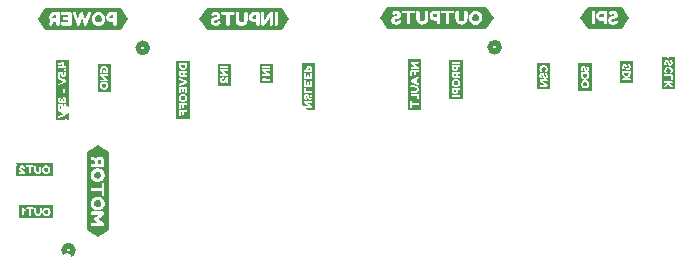
<source format=gbr>
%TF.GenerationSoftware,KiCad,Pcbnew,8.0.3*%
%TF.CreationDate,2024-08-06T18:37:16+01:00*%
%TF.ProjectId,DRV8243 DC Motor Driver Expander,44525638-3234-4332-9044-43204d6f746f,rev?*%
%TF.SameCoordinates,Original*%
%TF.FileFunction,Legend,Bot*%
%TF.FilePolarity,Positive*%
%FSLAX46Y46*%
G04 Gerber Fmt 4.6, Leading zero omitted, Abs format (unit mm)*
G04 Created by KiCad (PCBNEW 8.0.3) date 2024-08-06 18:37:16*
%MOMM*%
%LPD*%
G01*
G04 APERTURE LIST*
%ADD10C,0.508000*%
%ADD11C,0.000000*%
%ADD12C,0.800000*%
%ADD13C,1.600200*%
%ADD14C,0.499999*%
%ADD15C,1.650000*%
%ADD16C,6.400000*%
G04 APERTURE END LIST*
D10*
%TO.C,J3*%
X138978698Y-84654400D02*
G75*
G02*
X138216698Y-84654400I-381000J0D01*
G01*
X138216698Y-84654400D02*
G75*
G02*
X138978698Y-84654400I381000J0D01*
G01*
%TO.C,J5*%
X102901000Y-101843698D02*
G75*
G02*
X102139000Y-101843698I-381000J0D01*
G01*
X102139000Y-101843698D02*
G75*
G02*
X102901000Y-101843698I381000J0D01*
G01*
%TO.C,J1*%
X109184499Y-84709000D02*
G75*
G02*
X108422499Y-84709000I-381000J0D01*
G01*
X108422499Y-84709000D02*
G75*
G02*
X109184499Y-84709000I381000J0D01*
G01*
D11*
%TO.C,kibuzzard-65BE5BEC*%
G36*
X153872406Y-86631304D02*
G01*
X153872406Y-87354727D01*
X153872406Y-87923846D01*
X153872406Y-88024335D01*
X153872406Y-88222773D01*
X152756394Y-88222773D01*
X152756394Y-88024335D01*
X152756394Y-87923370D01*
X152954831Y-87923370D01*
X152987692Y-87986235D01*
X153044842Y-88024335D01*
X153102469Y-87995760D01*
X153137354Y-87964328D01*
X153178193Y-87925275D01*
X153224984Y-87878603D01*
X153277729Y-87824310D01*
X153313924Y-87786210D01*
X153379587Y-87853778D01*
X153436558Y-87910749D01*
X153484838Y-87957124D01*
X153524426Y-87992903D01*
X153583958Y-88024335D01*
X153641108Y-87986235D01*
X153673969Y-87923846D01*
X153633964Y-87865268D01*
X153394886Y-87655718D01*
X153580624Y-87655718D01*
X153613961Y-87654289D01*
X153638726Y-87645240D01*
X153658014Y-87619999D01*
X153664444Y-87570945D01*
X153655395Y-87518081D01*
X153628249Y-87492840D01*
X153579671Y-87487125D01*
X153050081Y-87487125D01*
X153017220Y-87488554D01*
X152991979Y-87497602D01*
X152972691Y-87522844D01*
X152966261Y-87571898D01*
X152975072Y-87624999D01*
X153001504Y-87650955D01*
X153051034Y-87655718D01*
X153232961Y-87655718D01*
X153176764Y-87705552D01*
X153124757Y-87751425D01*
X153076942Y-87793335D01*
X153033317Y-87831282D01*
X152993884Y-87865268D01*
X152954831Y-87923370D01*
X152756394Y-87923370D01*
X152756394Y-87012780D01*
X152966261Y-87012780D01*
X152975072Y-87065882D01*
X153001504Y-87091837D01*
X153051034Y-87096600D01*
X153523474Y-87096600D01*
X153523474Y-87355680D01*
X153530618Y-87401400D01*
X153553001Y-87420450D01*
X153593483Y-87425212D01*
X153633964Y-87420450D01*
X153654919Y-87404258D01*
X153664444Y-87354727D01*
X153664444Y-87011827D01*
X153655395Y-86958964D01*
X153628249Y-86933722D01*
X153579671Y-86928007D01*
X153050081Y-86928007D01*
X153017220Y-86929436D01*
X152991979Y-86938485D01*
X152972691Y-86963726D01*
X152966261Y-87012780D01*
X152756394Y-87012780D01*
X152756394Y-86630827D01*
X152959594Y-86630827D01*
X152963047Y-86675952D01*
X152973405Y-86721791D01*
X153001504Y-86791800D01*
X153014839Y-86814660D01*
X153031984Y-86841330D01*
X153077227Y-86866095D01*
X153130091Y-86846092D01*
X153168667Y-86810850D01*
X153181526Y-86779417D01*
X153160571Y-86730840D01*
X153136283Y-86684167D01*
X153128186Y-86624160D01*
X153138902Y-86562724D01*
X153171049Y-86502240D01*
X153230104Y-86454615D01*
X153270704Y-86440327D01*
X153316305Y-86435565D01*
X153361906Y-86440327D01*
X153402506Y-86454615D01*
X153462514Y-86503192D01*
X153493946Y-86562486D01*
X153504424Y-86624160D01*
X153496804Y-86679881D01*
X153481564Y-86717505D01*
X153469181Y-86734650D01*
X153450131Y-86780370D01*
X153463466Y-86811088D01*
X153503471Y-86844187D01*
X153556811Y-86865142D01*
X153590149Y-86852284D01*
X153613961Y-86822280D01*
X153633964Y-86789419D01*
X153658729Y-86725125D01*
X153670159Y-86677381D01*
X153673969Y-86631304D01*
X153670992Y-86585822D01*
X153662063Y-86539864D01*
X153646108Y-86492953D01*
X153622058Y-86444614D01*
X153590863Y-86398060D01*
X153553478Y-86356507D01*
X153507281Y-86320908D01*
X153449655Y-86292214D01*
X153383575Y-86273283D01*
X153312019Y-86266972D01*
X153241177Y-86273164D01*
X153177240Y-86291737D01*
X153121995Y-86319955D01*
X153077227Y-86355079D01*
X153040913Y-86396393D01*
X153011029Y-86443185D01*
X152982454Y-86505521D01*
X152965309Y-86568068D01*
X152959594Y-86630827D01*
X152756394Y-86630827D01*
X152756394Y-85956457D01*
X152954831Y-85956457D01*
X152958522Y-86011107D01*
X152969595Y-86060756D01*
X152999599Y-86126002D01*
X153017696Y-86149815D01*
X153064369Y-86179342D01*
X153116756Y-86156482D01*
X153152475Y-86123621D01*
X153164381Y-86089807D01*
X153145331Y-86040277D01*
X153135806Y-86029324D01*
X153123424Y-86014560D01*
X153111041Y-85963601D01*
X153125805Y-85912166D01*
X153166762Y-85891687D01*
X153209149Y-85915976D01*
X153231056Y-85976460D01*
X153238319Y-86014322D01*
X153248677Y-86055517D01*
X153261893Y-86096713D01*
X153277729Y-86134575D01*
X153301184Y-86167793D01*
X153337260Y-86195059D01*
X153384528Y-86213275D01*
X153441559Y-86219347D01*
X153499780Y-86213156D01*
X153550620Y-86194582D01*
X153592411Y-86166007D01*
X153623486Y-86129812D01*
X153651532Y-86077213D01*
X153668360Y-86022286D01*
X153673969Y-85965030D01*
X153671230Y-85921453D01*
X153663015Y-85880257D01*
X153635869Y-85815487D01*
X153605865Y-85772625D01*
X153576814Y-85745002D01*
X153566336Y-85736430D01*
X153511568Y-85711665D01*
X153483350Y-85721904D01*
X153447274Y-85752622D01*
X153424414Y-85803105D01*
X153436320Y-85835014D01*
X153472039Y-85877400D01*
X153502995Y-85915500D01*
X153517759Y-85961220D01*
X153509715Y-86010432D01*
X153485585Y-86039960D01*
X153445369Y-86049802D01*
X153408698Y-86025514D01*
X153387266Y-85965030D01*
X153378575Y-85927406D01*
X153365835Y-85886925D01*
X153349762Y-85846444D01*
X153331069Y-85808820D01*
X153305232Y-85775602D01*
X153267727Y-85748336D01*
X153219983Y-85730120D01*
X153163429Y-85724047D01*
X153109930Y-85730980D01*
X153061194Y-85751776D01*
X153017220Y-85786436D01*
X152982560Y-85833056D01*
X152961763Y-85889730D01*
X152954831Y-85956457D01*
X152756394Y-85956457D01*
X152756394Y-85711665D01*
X152756394Y-85513227D01*
X153872406Y-85513227D01*
X153872406Y-85711665D01*
X153872406Y-85965030D01*
X153872406Y-86631304D01*
G37*
%TO.C,kibuzzard-65A6FFF9*%
G36*
X118411625Y-82225356D02*
G01*
X118211600Y-82225356D01*
X118117937Y-82190431D01*
X118071900Y-82085656D01*
X118117937Y-81980087D01*
X118213187Y-81944369D01*
X118411625Y-81944369D01*
X118411625Y-82225356D01*
G37*
G36*
X121195394Y-82245200D02*
G01*
X120574329Y-83176798D01*
X120243600Y-83176798D01*
X120103900Y-83176798D01*
X118960900Y-83176798D01*
X118552912Y-83176798D01*
X117178931Y-83176798D01*
X116020850Y-83176798D01*
X114977862Y-83176798D01*
X114554000Y-83176798D01*
X114223271Y-83176798D01*
X113742435Y-82455544D01*
X114554000Y-82455544D01*
X114564319Y-82552580D01*
X114595275Y-82637313D01*
X114642900Y-82706964D01*
X114703225Y-82758756D01*
X114790890Y-82805499D01*
X114882436Y-82833545D01*
X114977862Y-82842894D01*
X115050491Y-82838330D01*
X115119150Y-82824637D01*
X115227100Y-82779394D01*
X115298537Y-82729388D01*
X115344575Y-82680969D01*
X115358862Y-82663506D01*
X115400137Y-82572225D01*
X115383072Y-82525195D01*
X115331875Y-82465069D01*
X115247737Y-82426969D01*
X115194556Y-82446812D01*
X115123912Y-82506344D01*
X115060412Y-82557937D01*
X114984212Y-82582544D01*
X114902192Y-82569138D01*
X114852979Y-82528922D01*
X114836575Y-82461894D01*
X114877056Y-82400775D01*
X114977862Y-82365056D01*
X115040569Y-82350570D01*
X115108037Y-82329337D01*
X115175506Y-82302548D01*
X115238212Y-82271394D01*
X115293577Y-82228333D01*
X115339019Y-82165825D01*
X115369380Y-82086252D01*
X115379500Y-81991994D01*
X115367947Y-81902829D01*
X115333286Y-81821602D01*
X115298668Y-81777681D01*
X115463637Y-81777681D01*
X115471575Y-81843562D01*
X115498562Y-81877694D01*
X115579525Y-81891981D01*
X115882737Y-81891981D01*
X115882737Y-82690494D01*
X115885119Y-82744469D01*
X115899406Y-82784950D01*
X115941475Y-82817494D01*
X116020850Y-82827019D01*
X116099431Y-82817494D01*
X116140706Y-82784950D01*
X116154994Y-82743675D01*
X116157375Y-82688906D01*
X116157375Y-81891981D01*
X116462175Y-81891981D01*
X116536787Y-81880075D01*
X116568537Y-81842769D01*
X116573073Y-81804669D01*
X116663787Y-81804669D01*
X116663787Y-82284094D01*
X116671923Y-82386487D01*
X116696331Y-82484119D01*
X116737011Y-82576987D01*
X116793962Y-82665094D01*
X116866591Y-82738317D01*
X116957475Y-82796062D01*
X117062845Y-82833567D01*
X117178931Y-82846069D01*
X117294819Y-82833369D01*
X117399594Y-82795269D01*
X117489486Y-82736531D01*
X117560725Y-82661919D01*
X117616982Y-82575003D01*
X117657166Y-82482531D01*
X117681276Y-82384503D01*
X117689312Y-82280919D01*
X117689312Y-82085656D01*
X117792500Y-82085656D01*
X117802819Y-82183883D01*
X117833775Y-82272187D01*
X117881003Y-82346998D01*
X117940137Y-82404744D01*
X118029037Y-82461188D01*
X118120054Y-82495055D01*
X118213187Y-82506344D01*
X118411625Y-82506344D01*
X118411625Y-82685731D01*
X118414006Y-82740500D01*
X118429087Y-82782569D01*
X118471156Y-82814716D01*
X118552912Y-82825431D01*
X118641019Y-82810747D01*
X118683087Y-82766694D01*
X118692612Y-82684144D01*
X118692612Y-81806256D01*
X118819612Y-81806256D01*
X118819612Y-82687319D01*
X118821994Y-82742881D01*
X118837075Y-82784156D01*
X118879144Y-82816303D01*
X118960900Y-82827019D01*
X119046625Y-82817494D01*
X119086312Y-82787331D01*
X119198584Y-82637753D01*
X119297274Y-82506520D01*
X119382381Y-82393631D01*
X119453907Y-82299087D01*
X119511851Y-82222887D01*
X119556213Y-82165031D01*
X119556213Y-82687319D01*
X119558594Y-82742881D01*
X119573675Y-82784156D01*
X119615744Y-82816303D01*
X119697500Y-82827019D01*
X119776875Y-82816303D01*
X119818150Y-82784156D01*
X119833231Y-82741294D01*
X119835613Y-82685731D01*
X119835613Y-81804669D01*
X119962613Y-81804669D01*
X119962613Y-82687319D01*
X119964994Y-82742881D01*
X119980075Y-82784156D01*
X120022144Y-82816303D01*
X120103900Y-82827019D01*
X120192006Y-82811937D01*
X120234075Y-82766694D01*
X120243600Y-82685731D01*
X120243600Y-81803081D01*
X120241219Y-81748312D01*
X120226138Y-81706244D01*
X120184069Y-81674097D01*
X120102313Y-81663381D01*
X120013809Y-81678066D01*
X119970550Y-81722119D01*
X119962613Y-81804669D01*
X119835613Y-81804669D01*
X119835613Y-81799906D01*
X119820531Y-81711800D01*
X119775287Y-81674494D01*
X119697500Y-81664969D01*
X119622094Y-81673700D01*
X119583200Y-81693544D01*
X119546687Y-81734819D01*
X119441207Y-81878091D01*
X119348074Y-82004165D01*
X119267287Y-82113041D01*
X119198849Y-82204719D01*
X119142757Y-82279199D01*
X119099013Y-82336481D01*
X119099013Y-81799906D01*
X119083931Y-81711800D01*
X119038687Y-81674494D01*
X118963281Y-81664969D01*
X118890256Y-81672906D01*
X118848981Y-81691956D01*
X118829137Y-81725294D01*
X118819612Y-81806256D01*
X118692612Y-81806256D01*
X118692612Y-81803081D01*
X118690231Y-81748312D01*
X118675150Y-81706244D01*
X118633081Y-81674097D01*
X118551325Y-81663381D01*
X118211600Y-81663381D01*
X118119349Y-81674670D01*
X118028861Y-81708537D01*
X117940137Y-81764981D01*
X117881003Y-81822925D01*
X117833775Y-81898331D01*
X117802819Y-81987231D01*
X117792500Y-82085656D01*
X117689312Y-82085656D01*
X117689312Y-81803081D01*
X117686931Y-81746725D01*
X117671850Y-81704656D01*
X117628987Y-81671319D01*
X117548025Y-81661794D01*
X117467062Y-81671319D01*
X117425787Y-81704656D01*
X117406737Y-81804669D01*
X117406737Y-82280919D01*
X117394831Y-82375375D01*
X117359112Y-82465069D01*
X117287675Y-82536506D01*
X117174962Y-82563494D01*
X117073759Y-82542063D01*
X117001925Y-82477769D01*
X116959062Y-82385297D01*
X116944775Y-82279331D01*
X116944775Y-81793556D01*
X116928900Y-81706244D01*
X116882862Y-81671319D01*
X116807456Y-81661794D01*
X116735225Y-81669731D01*
X116693950Y-81688781D01*
X116673312Y-81722119D01*
X116663787Y-81804669D01*
X116573073Y-81804669D01*
X116576475Y-81776094D01*
X116568537Y-81710212D01*
X116541550Y-81676081D01*
X116460587Y-81661794D01*
X115577938Y-81661794D01*
X115503325Y-81673700D01*
X115471575Y-81711006D01*
X115463637Y-81777681D01*
X115298668Y-81777681D01*
X115275519Y-81748312D01*
X115197819Y-81690545D01*
X115103363Y-81655885D01*
X114992150Y-81644331D01*
X114901067Y-81650483D01*
X114818319Y-81668937D01*
X114709575Y-81718944D01*
X114669887Y-81749106D01*
X114620675Y-81826894D01*
X114658775Y-81914206D01*
X114713544Y-81973738D01*
X114769900Y-81993581D01*
X114852450Y-81961831D01*
X114870706Y-81945956D01*
X114895312Y-81925319D01*
X114980244Y-81904681D01*
X115065969Y-81929287D01*
X115100100Y-81997550D01*
X115059619Y-82068194D01*
X114958812Y-82104706D01*
X114895709Y-82116811D01*
X114827050Y-82134075D01*
X114758391Y-82156102D01*
X114695287Y-82182494D01*
X114639923Y-82221586D01*
X114594481Y-82281712D01*
X114564120Y-82360492D01*
X114554000Y-82455544D01*
X113742435Y-82455544D01*
X113602206Y-82245200D01*
X114223271Y-81313602D01*
X114554000Y-81313602D01*
X120243600Y-81313602D01*
X120574329Y-81313602D01*
X121195394Y-82245200D01*
G37*
%TO.C,kibuzzard-65BE5C01*%
G36*
X143306006Y-87058341D02*
G01*
X143306006Y-87899399D01*
X143306006Y-87984171D01*
X143306006Y-88182609D01*
X142189994Y-88182609D01*
X142189994Y-87984171D01*
X142189994Y-87457439D01*
X142400814Y-87457439D01*
X142406052Y-87502683D01*
X142417959Y-87526019D01*
X142442724Y-87547926D01*
X142528687Y-87611215D01*
X142604331Y-87667095D01*
X142669657Y-87715566D01*
X142724664Y-87756630D01*
X142769352Y-87790285D01*
X142803721Y-87816531D01*
X142481776Y-87816531D01*
X142428913Y-87825580D01*
X142406529Y-87852726D01*
X142400814Y-87897970D01*
X142405576Y-87941785D01*
X142417006Y-87966550D01*
X142437009Y-87978456D01*
X142485586Y-87984171D01*
X143014224Y-87984171D01*
X143047561Y-87982743D01*
X143072326Y-87973694D01*
X143091614Y-87948453D01*
X143098044Y-87899399D01*
X143092329Y-87847964D01*
X143074231Y-87824151D01*
X142984485Y-87756788D01*
X142905745Y-87697575D01*
X142838011Y-87646510D01*
X142781285Y-87603595D01*
X142735565Y-87568828D01*
X142700851Y-87542211D01*
X143014224Y-87542211D01*
X143047561Y-87540783D01*
X143072326Y-87531734D01*
X143091614Y-87506493D01*
X143098044Y-87457439D01*
X143091614Y-87409814D01*
X143072326Y-87385049D01*
X143046609Y-87376000D01*
X143013271Y-87374571D01*
X142481776Y-87374571D01*
X142428913Y-87383620D01*
X142406529Y-87410766D01*
X142400814Y-87457439D01*
X142189994Y-87457439D01*
X142189994Y-87049769D01*
X142388431Y-87049769D01*
X142392122Y-87104418D01*
X142403195Y-87154068D01*
X142433199Y-87219314D01*
X142451296Y-87243126D01*
X142497969Y-87272654D01*
X142550356Y-87249794D01*
X142586075Y-87216933D01*
X142597981Y-87183119D01*
X142578931Y-87133589D01*
X142569406Y-87122635D01*
X142557024Y-87107871D01*
X142544641Y-87056913D01*
X142559405Y-87005478D01*
X142600362Y-86984999D01*
X142642749Y-87009288D01*
X142664656Y-87069771D01*
X142671919Y-87107633D01*
X142682277Y-87148829D01*
X142695493Y-87190024D01*
X142711329Y-87227886D01*
X142734784Y-87261105D01*
X142770860Y-87288370D01*
X142818128Y-87306587D01*
X142875159Y-87312659D01*
X142933380Y-87306467D01*
X142984220Y-87287894D01*
X143026011Y-87259319D01*
X143057086Y-87223124D01*
X143085132Y-87170525D01*
X143101960Y-87115597D01*
X143107569Y-87058341D01*
X143104830Y-87014764D01*
X143096615Y-86973569D01*
X143069469Y-86908799D01*
X143039465Y-86865936D01*
X143010414Y-86838314D01*
X142999936Y-86829741D01*
X142945168Y-86804976D01*
X142916950Y-86815216D01*
X142880874Y-86845934D01*
X142858014Y-86896416D01*
X142869920Y-86928325D01*
X142905639Y-86970711D01*
X142936595Y-87008811D01*
X142951359Y-87054531D01*
X142943315Y-87103744D01*
X142919185Y-87133271D01*
X142878969Y-87143114D01*
X142842298Y-87118825D01*
X142820866Y-87058341D01*
X142812175Y-87020717D01*
X142799435Y-86980236D01*
X142783362Y-86939755D01*
X142764669Y-86902131D01*
X142738832Y-86868913D01*
X142701327Y-86841648D01*
X142653583Y-86823431D01*
X142597029Y-86817359D01*
X142543530Y-86824291D01*
X142494794Y-86845087D01*
X142450820Y-86879748D01*
X142416160Y-86926367D01*
X142395363Y-86983041D01*
X142388431Y-87049769D01*
X142189994Y-87049769D01*
X142189994Y-86522084D01*
X142393194Y-86522084D01*
X142396647Y-86567208D01*
X142407005Y-86613048D01*
X142435104Y-86683056D01*
X142448439Y-86705916D01*
X142465584Y-86732586D01*
X142510827Y-86757351D01*
X142563691Y-86737349D01*
X142602267Y-86702106D01*
X142615126Y-86670674D01*
X142594171Y-86622096D01*
X142569883Y-86575424D01*
X142561786Y-86515416D01*
X142572502Y-86453980D01*
X142604649Y-86393496D01*
X142663704Y-86345871D01*
X142704304Y-86331584D01*
X142749905Y-86326821D01*
X142795506Y-86331584D01*
X142836106Y-86345871D01*
X142896114Y-86394449D01*
X142927546Y-86453742D01*
X142938024Y-86515416D01*
X142930404Y-86571138D01*
X142915164Y-86608761D01*
X142902781Y-86625906D01*
X142883731Y-86671626D01*
X142897066Y-86702344D01*
X142937071Y-86735444D01*
X142990411Y-86756399D01*
X143023749Y-86743540D01*
X143047561Y-86713536D01*
X143067564Y-86680675D01*
X143092329Y-86616381D01*
X143103759Y-86568637D01*
X143107569Y-86522560D01*
X143104592Y-86477078D01*
X143095663Y-86431120D01*
X143079708Y-86384209D01*
X143055658Y-86335870D01*
X143024463Y-86289317D01*
X142987078Y-86247764D01*
X142940881Y-86212164D01*
X142883255Y-86183470D01*
X142817175Y-86164539D01*
X142745619Y-86158229D01*
X142674777Y-86164420D01*
X142610840Y-86182994D01*
X142555595Y-86211212D01*
X142510827Y-86246335D01*
X142474513Y-86287650D01*
X142444629Y-86334441D01*
X142416054Y-86396777D01*
X142398909Y-86459325D01*
X142393194Y-86522084D01*
X142189994Y-86522084D01*
X142189994Y-86158229D01*
X142189994Y-85959791D01*
X143306006Y-85959791D01*
X143306006Y-86158229D01*
X143306006Y-86522560D01*
X143306006Y-87058341D01*
G37*
%TO.C,kibuzzard-65A70003*%
G36*
X133710363Y-82123756D02*
G01*
X133510338Y-82123756D01*
X133416675Y-82088831D01*
X133370637Y-81984056D01*
X133416675Y-81878487D01*
X133511925Y-81842769D01*
X133710363Y-81842769D01*
X133710363Y-82123756D01*
G37*
G36*
X137090944Y-81850508D02*
G01*
X137186988Y-81916587D01*
X137237258Y-81981234D01*
X137267421Y-82057699D01*
X137277475Y-82145981D01*
X137267333Y-82234264D01*
X137236906Y-82310728D01*
X137186194Y-82375375D01*
X137089555Y-82441455D01*
X136982200Y-82463481D01*
X136875044Y-82442050D01*
X136779000Y-82377756D01*
X136728729Y-82314080D01*
X136698567Y-82237351D01*
X136688513Y-82147569D01*
X136698655Y-82057610D01*
X136729082Y-81980352D01*
X136779794Y-81915794D01*
X136876433Y-81850309D01*
X136983788Y-81828481D01*
X137090944Y-81850508D01*
G37*
G36*
X138510257Y-82143600D02*
G01*
X137889192Y-83075198D01*
X137558463Y-83075198D01*
X136979025Y-83075198D01*
X135793956Y-83075198D01*
X134635875Y-83075198D01*
X133851650Y-83075198D01*
X132477669Y-83075198D01*
X131319587Y-83075198D01*
X130276600Y-83075198D01*
X129852738Y-83075198D01*
X129522008Y-83075198D01*
X129041172Y-82353944D01*
X129852738Y-82353944D01*
X129863056Y-82450980D01*
X129894012Y-82535713D01*
X129941637Y-82605364D01*
X130001963Y-82657156D01*
X130089628Y-82703899D01*
X130181174Y-82731945D01*
X130276600Y-82741294D01*
X130349228Y-82736730D01*
X130417888Y-82723037D01*
X130525838Y-82677794D01*
X130597275Y-82627788D01*
X130643313Y-82579369D01*
X130657600Y-82561906D01*
X130698875Y-82470625D01*
X130681809Y-82423595D01*
X130630612Y-82363469D01*
X130546475Y-82325369D01*
X130493294Y-82345212D01*
X130422650Y-82404744D01*
X130359150Y-82456337D01*
X130282950Y-82480944D01*
X130200929Y-82467538D01*
X130151717Y-82427322D01*
X130135312Y-82360294D01*
X130175794Y-82299175D01*
X130276600Y-82263456D01*
X130339306Y-82248970D01*
X130406775Y-82227737D01*
X130474244Y-82200948D01*
X130536950Y-82169794D01*
X130592314Y-82126733D01*
X130637756Y-82064225D01*
X130668117Y-81984652D01*
X130678237Y-81890394D01*
X130666684Y-81801229D01*
X130632024Y-81720002D01*
X130597405Y-81676081D01*
X130762375Y-81676081D01*
X130770313Y-81741962D01*
X130797300Y-81776094D01*
X130878262Y-81790381D01*
X131181475Y-81790381D01*
X131181475Y-82588894D01*
X131183856Y-82642869D01*
X131198144Y-82683350D01*
X131240212Y-82715894D01*
X131319587Y-82725419D01*
X131398169Y-82715894D01*
X131439444Y-82683350D01*
X131453731Y-82642075D01*
X131456112Y-82587306D01*
X131456112Y-81790381D01*
X131760913Y-81790381D01*
X131835525Y-81778475D01*
X131867275Y-81741169D01*
X131871811Y-81703069D01*
X131962525Y-81703069D01*
X131962525Y-82182494D01*
X131970661Y-82284887D01*
X131995069Y-82382519D01*
X132035748Y-82475387D01*
X132092700Y-82563494D01*
X132165328Y-82636717D01*
X132256212Y-82694462D01*
X132361583Y-82731967D01*
X132477669Y-82744469D01*
X132593556Y-82731769D01*
X132698331Y-82693669D01*
X132788223Y-82634931D01*
X132859462Y-82560319D01*
X132915720Y-82473403D01*
X132955903Y-82380931D01*
X132980013Y-82282903D01*
X132988050Y-82179319D01*
X132988050Y-81984056D01*
X133091238Y-81984056D01*
X133101556Y-82082283D01*
X133132512Y-82170587D01*
X133179741Y-82245398D01*
X133238875Y-82303144D01*
X133327775Y-82359588D01*
X133418792Y-82393455D01*
X133511925Y-82404744D01*
X133710363Y-82404744D01*
X133710363Y-82584131D01*
X133712744Y-82638900D01*
X133727825Y-82680969D01*
X133769894Y-82713116D01*
X133851650Y-82723831D01*
X133939756Y-82709147D01*
X133981825Y-82665094D01*
X133991350Y-82582544D01*
X133991350Y-81701481D01*
X133990246Y-81676081D01*
X134078663Y-81676081D01*
X134086600Y-81741962D01*
X134113587Y-81776094D01*
X134194550Y-81790381D01*
X134497763Y-81790381D01*
X134497763Y-82588894D01*
X134500144Y-82642869D01*
X134514431Y-82683350D01*
X134556500Y-82715894D01*
X134635875Y-82725419D01*
X134714456Y-82715894D01*
X134755731Y-82683350D01*
X134770019Y-82642075D01*
X134772400Y-82587306D01*
X134772400Y-81790381D01*
X135077200Y-81790381D01*
X135151813Y-81778475D01*
X135183563Y-81741169D01*
X135188098Y-81703069D01*
X135278813Y-81703069D01*
X135278813Y-82182494D01*
X135286948Y-82284887D01*
X135311356Y-82382519D01*
X135352036Y-82475387D01*
X135408987Y-82563494D01*
X135481616Y-82636717D01*
X135572500Y-82694462D01*
X135677870Y-82731967D01*
X135793956Y-82744469D01*
X135909844Y-82731769D01*
X136014619Y-82693669D01*
X136104511Y-82634931D01*
X136175750Y-82560319D01*
X136232007Y-82473403D01*
X136272191Y-82380931D01*
X136296301Y-82282903D01*
X136304338Y-82179319D01*
X136304338Y-82138837D01*
X136407525Y-82138837D01*
X136417844Y-82259984D01*
X136448800Y-82371803D01*
X136500394Y-82474296D01*
X136572625Y-82567463D01*
X136659938Y-82644903D01*
X136756775Y-82700217D01*
X136863137Y-82733406D01*
X136979025Y-82744469D01*
X137095161Y-82733555D01*
X137202267Y-82700813D01*
X137300345Y-82646242D01*
X137389394Y-82569844D01*
X137463361Y-82478364D01*
X137516195Y-82378550D01*
X137547896Y-82270402D01*
X137558463Y-82153919D01*
X137546556Y-82026323D01*
X137510838Y-81907062D01*
X137455275Y-81801295D01*
X137383838Y-81714181D01*
X137298509Y-81644728D01*
X137201275Y-81591944D01*
X137096500Y-81558606D01*
X136988550Y-81547494D01*
X136874945Y-81558110D01*
X136769078Y-81589959D01*
X136670951Y-81643041D01*
X136580563Y-81717356D01*
X136504859Y-81807397D01*
X136450784Y-81907658D01*
X136418340Y-82018138D01*
X136407525Y-82138837D01*
X136304338Y-82138837D01*
X136304338Y-81701481D01*
X136301956Y-81645125D01*
X136286875Y-81603056D01*
X136244012Y-81569719D01*
X136163050Y-81560194D01*
X136082087Y-81569719D01*
X136040813Y-81603056D01*
X136021763Y-81703069D01*
X136021763Y-82179319D01*
X136009856Y-82273775D01*
X135974138Y-82363469D01*
X135902700Y-82434906D01*
X135789987Y-82461894D01*
X135688784Y-82440463D01*
X135616950Y-82376169D01*
X135574087Y-82283697D01*
X135559800Y-82177731D01*
X135559800Y-81691956D01*
X135543925Y-81604644D01*
X135497887Y-81569719D01*
X135422481Y-81560194D01*
X135350250Y-81568131D01*
X135308975Y-81587181D01*
X135288338Y-81620519D01*
X135278813Y-81703069D01*
X135188098Y-81703069D01*
X135191500Y-81674494D01*
X135183563Y-81608612D01*
X135156575Y-81574481D01*
X135075612Y-81560194D01*
X134192962Y-81560194D01*
X134118350Y-81572100D01*
X134086600Y-81609406D01*
X134078663Y-81676081D01*
X133990246Y-81676081D01*
X133988969Y-81646712D01*
X133973888Y-81604644D01*
X133931819Y-81572497D01*
X133850062Y-81561781D01*
X133510338Y-81561781D01*
X133418086Y-81573070D01*
X133327599Y-81606937D01*
X133238875Y-81663381D01*
X133179741Y-81721325D01*
X133132512Y-81796731D01*
X133101556Y-81885631D01*
X133091238Y-81984056D01*
X132988050Y-81984056D01*
X132988050Y-81701481D01*
X132985669Y-81645125D01*
X132970587Y-81603056D01*
X132927725Y-81569719D01*
X132846762Y-81560194D01*
X132765800Y-81569719D01*
X132724525Y-81603056D01*
X132705475Y-81703069D01*
X132705475Y-82179319D01*
X132693569Y-82273775D01*
X132657850Y-82363469D01*
X132586412Y-82434906D01*
X132473700Y-82461894D01*
X132372497Y-82440463D01*
X132300662Y-82376169D01*
X132257800Y-82283697D01*
X132243512Y-82177731D01*
X132243512Y-81691956D01*
X132227637Y-81604644D01*
X132181600Y-81569719D01*
X132106194Y-81560194D01*
X132033962Y-81568131D01*
X131992687Y-81587181D01*
X131972050Y-81620519D01*
X131962525Y-81703069D01*
X131871811Y-81703069D01*
X131875213Y-81674494D01*
X131867275Y-81608612D01*
X131840287Y-81574481D01*
X131759325Y-81560194D01*
X130876675Y-81560194D01*
X130802062Y-81572100D01*
X130770313Y-81609406D01*
X130762375Y-81676081D01*
X130597405Y-81676081D01*
X130574256Y-81646712D01*
X130496557Y-81588945D01*
X130402101Y-81554285D01*
X130290887Y-81542731D01*
X130199805Y-81548883D01*
X130117056Y-81567337D01*
X130008312Y-81617344D01*
X129968625Y-81647506D01*
X129919413Y-81725294D01*
X129957512Y-81812606D01*
X130012281Y-81872138D01*
X130068638Y-81891981D01*
X130151188Y-81860231D01*
X130169444Y-81844356D01*
X130194050Y-81823719D01*
X130278981Y-81803081D01*
X130364706Y-81827687D01*
X130398838Y-81895950D01*
X130358356Y-81966594D01*
X130257550Y-82003106D01*
X130194447Y-82015211D01*
X130125788Y-82032475D01*
X130057128Y-82054502D01*
X129994025Y-82080894D01*
X129938661Y-82119986D01*
X129893219Y-82180112D01*
X129862858Y-82258892D01*
X129852738Y-82353944D01*
X129041172Y-82353944D01*
X128900943Y-82143600D01*
X129522008Y-81212002D01*
X129852737Y-81212002D01*
X137558462Y-81212002D01*
X137558463Y-81212002D01*
X137889192Y-81212002D01*
X138510257Y-82143600D01*
G37*
%TO.C,kibuzzard-65A6FCD9*%
G36*
X116250720Y-87035481D02*
G01*
X116250720Y-87638414D01*
X116250720Y-87724139D01*
X116250720Y-87922576D01*
X115143280Y-87922576D01*
X115143280Y-87724139D01*
X115143280Y-87438865D01*
X115341717Y-87438865D01*
X115350555Y-87510567D01*
X115377066Y-87572638D01*
X115421251Y-87625079D01*
X115476761Y-87664766D01*
X115537245Y-87688579D01*
X115602703Y-87696516D01*
X115655566Y-87690563D01*
X115705573Y-87672704D01*
X115749388Y-87646510D01*
X115783678Y-87615554D01*
X115836303Y-87548879D01*
X115868450Y-87489824D01*
X115877975Y-87466011D01*
X115882738Y-87466011D01*
X115882738Y-87640319D01*
X115891786Y-87696040D01*
X115919409Y-87718424D01*
X115967986Y-87724139D01*
X116016088Y-87717948D01*
X116040853Y-87697469D01*
X116052283Y-87638414D01*
X116052283Y-87265986D01*
X116026565Y-87206931D01*
X115966558Y-87182166D01*
X115917147Y-87191096D01*
X115871784Y-87217885D01*
X115831541Y-87257295D01*
X115797489Y-87304086D01*
X115766771Y-87354569D01*
X115736529Y-87405051D01*
X115704501Y-87451843D01*
X115668425Y-87491252D01*
X115629134Y-87518042D01*
X115587463Y-87526971D01*
X115563174Y-87520304D01*
X115537456Y-87505540D01*
X115518883Y-87480299D01*
X115510310Y-87432674D01*
X115532694Y-87379810D01*
X115576985Y-87354569D01*
X115598893Y-87350759D01*
X115604608Y-87350759D01*
X115636040Y-87349330D01*
X115659853Y-87340281D01*
X115676998Y-87314564D01*
X115682713Y-87265986D01*
X115673664Y-87212884D01*
X115646518Y-87186929D01*
X115597940Y-87182166D01*
X115534175Y-87190051D01*
X115474962Y-87213705D01*
X115420299Y-87253127D01*
X115376643Y-87305303D01*
X115350449Y-87367216D01*
X115341717Y-87438865D01*
X115143280Y-87438865D01*
X115143280Y-86593521D01*
X115353147Y-86593521D01*
X115358386Y-86638765D01*
X115370293Y-86662101D01*
X115395058Y-86684009D01*
X115481021Y-86747297D01*
X115556665Y-86803177D01*
X115621991Y-86851649D01*
X115676998Y-86892712D01*
X115721686Y-86926367D01*
X115756055Y-86952614D01*
X115434110Y-86952614D01*
X115381246Y-86961663D01*
X115358863Y-86988809D01*
X115353147Y-87034052D01*
X115357910Y-87077868D01*
X115369340Y-87102632D01*
X115389343Y-87114539D01*
X115437920Y-87120254D01*
X115966558Y-87120254D01*
X115999895Y-87118825D01*
X116024660Y-87109776D01*
X116043948Y-87084535D01*
X116050378Y-87035481D01*
X116044663Y-86984046D01*
X116026565Y-86960234D01*
X115936818Y-86892871D01*
X115858078Y-86833657D01*
X115790345Y-86782592D01*
X115733618Y-86739677D01*
X115687898Y-86704911D01*
X115653185Y-86678294D01*
X115966558Y-86678294D01*
X115999895Y-86676865D01*
X116024660Y-86667816D01*
X116043948Y-86642575D01*
X116050378Y-86593521D01*
X116043948Y-86545896D01*
X116024660Y-86521131D01*
X115998943Y-86512082D01*
X115965605Y-86510654D01*
X115434110Y-86510654D01*
X115381246Y-86519702D01*
X115358863Y-86546849D01*
X115353147Y-86593521D01*
X115143280Y-86593521D01*
X115143280Y-86350634D01*
X115352195Y-86350634D01*
X115361006Y-86403736D01*
X115387438Y-86429691D01*
X115436968Y-86434454D01*
X115966558Y-86434454D01*
X115999895Y-86433025D01*
X116024660Y-86423976D01*
X116043948Y-86398735D01*
X116050378Y-86349681D01*
X116041329Y-86296818D01*
X116014183Y-86271576D01*
X115965605Y-86265861D01*
X115436015Y-86265861D01*
X115403154Y-86267290D01*
X115377913Y-86276339D01*
X115358624Y-86301580D01*
X115352195Y-86350634D01*
X115143280Y-86350634D01*
X115143280Y-86265861D01*
X115143280Y-86067424D01*
X116250720Y-86067424D01*
X116250720Y-86265861D01*
X116250720Y-86349681D01*
X116250720Y-87035481D01*
G37*
%TO.C,kibuzzard-65A6FD36*%
G36*
X100718356Y-98399916D02*
G01*
X100775983Y-98439564D01*
X100806145Y-98478352D01*
X100824243Y-98524230D01*
X100830275Y-98577200D01*
X100824190Y-98630170D01*
X100805933Y-98676048D01*
X100775506Y-98714836D01*
X100717523Y-98754484D01*
X100653110Y-98767700D01*
X100588816Y-98754841D01*
X100531190Y-98716265D01*
X100501028Y-98678059D01*
X100482930Y-98632022D01*
X100476898Y-98578152D01*
X100482983Y-98524177D01*
X100501239Y-98477822D01*
X100531666Y-98439087D01*
X100589650Y-98399797D01*
X100654063Y-98386700D01*
X100718356Y-98399916D01*
G37*
G36*
X101197305Y-99134730D02*
G01*
X100998868Y-99134730D01*
X100651205Y-99134730D01*
X99940164Y-99134730D01*
X99245315Y-99134730D01*
X98631905Y-99134730D01*
X98547133Y-99134730D01*
X98348695Y-99134730D01*
X98348695Y-98312405D01*
X98547133Y-98312405D01*
X98547133Y-98842947D01*
X98548561Y-98875809D01*
X98557610Y-98901050D01*
X98582851Y-98920338D01*
X98631905Y-98926767D01*
X98679768Y-98920576D01*
X98705248Y-98902003D01*
X98714296Y-98875809D01*
X98715725Y-98841042D01*
X98715725Y-98501000D01*
X98728108Y-98512430D01*
X98794783Y-98541958D01*
X98852409Y-98508620D01*
X98882413Y-98449565D01*
X98848123Y-98393368D01*
X98739410Y-98295260D01*
X98910988Y-98295260D01*
X98915750Y-98334789D01*
X98931943Y-98355267D01*
X98980520Y-98363840D01*
X99162448Y-98363840D01*
X99162448Y-98842947D01*
X99163876Y-98875332D01*
X99172449Y-98899621D01*
X99197690Y-98919148D01*
X99245315Y-98924863D01*
X99292464Y-98919148D01*
X99317229Y-98899621D01*
X99325801Y-98874856D01*
X99327230Y-98841995D01*
X99327230Y-98363840D01*
X99510110Y-98363840D01*
X99554878Y-98356696D01*
X99573928Y-98334312D01*
X99576649Y-98311453D01*
X99631078Y-98311453D01*
X99631078Y-98599107D01*
X99635959Y-98660544D01*
X99650604Y-98719123D01*
X99675012Y-98774844D01*
X99709183Y-98827708D01*
X99752759Y-98871642D01*
X99807290Y-98906289D01*
X99870512Y-98928792D01*
X99940164Y-98936293D01*
X100009696Y-98928673D01*
X100072561Y-98905813D01*
X100126497Y-98870570D01*
X100169240Y-98825803D01*
X100202994Y-98773653D01*
X100227104Y-98718170D01*
X100241570Y-98659353D01*
X100246393Y-98597202D01*
X100246393Y-98572914D01*
X100308305Y-98572914D01*
X100314496Y-98645601D01*
X100333070Y-98712693D01*
X100364026Y-98774189D01*
X100407365Y-98830089D01*
X100459753Y-98876553D01*
X100517855Y-98909742D01*
X100581673Y-98929655D01*
X100651205Y-98936293D01*
X100720886Y-98929744D01*
X100785150Y-98910099D01*
X100843997Y-98877357D01*
X100897426Y-98831517D01*
X100941807Y-98776630D01*
X100973507Y-98716741D01*
X100992527Y-98651852D01*
X100998868Y-98581962D01*
X100991724Y-98505405D01*
X100970293Y-98433849D01*
X100936955Y-98370388D01*
X100894093Y-98318120D01*
X100842896Y-98276448D01*
X100784555Y-98244777D01*
X100721690Y-98224775D01*
X100656920Y-98218107D01*
X100588757Y-98224477D01*
X100525237Y-98243587D01*
X100466360Y-98275436D01*
X100412128Y-98320025D01*
X100366705Y-98374050D01*
X100334261Y-98434206D01*
X100314794Y-98500494D01*
X100308305Y-98572914D01*
X100246393Y-98572914D01*
X100246393Y-98310500D01*
X100244964Y-98276686D01*
X100235915Y-98251445D01*
X100210198Y-98231442D01*
X100161620Y-98225727D01*
X100113043Y-98231442D01*
X100088278Y-98251445D01*
X100076848Y-98311453D01*
X100076848Y-98597202D01*
X100069704Y-98653876D01*
X100048273Y-98707692D01*
X100005410Y-98750555D01*
X99937783Y-98766747D01*
X99877061Y-98753889D01*
X99833960Y-98715312D01*
X99808243Y-98659829D01*
X99799670Y-98596250D01*
X99799670Y-98304785D01*
X99790145Y-98252397D01*
X99762523Y-98231442D01*
X99717279Y-98225727D01*
X99673940Y-98230490D01*
X99649175Y-98241920D01*
X99636793Y-98261922D01*
X99631078Y-98311453D01*
X99576649Y-98311453D01*
X99578690Y-98294307D01*
X99573928Y-98254779D01*
X99557735Y-98234300D01*
X99509158Y-98225727D01*
X98979568Y-98225727D01*
X98934800Y-98232871D01*
X98915750Y-98255255D01*
X98910988Y-98295260D01*
X98739410Y-98295260D01*
X98691913Y-98252397D01*
X98689055Y-98250492D01*
X98635239Y-98225727D01*
X98589995Y-98230490D01*
X98565230Y-98241444D01*
X98551895Y-98261922D01*
X98547133Y-98312405D01*
X98348695Y-98312405D01*
X98348695Y-98019670D01*
X98547132Y-98019670D01*
X100998868Y-98019670D01*
X101197305Y-98019670D01*
X101197305Y-99134730D01*
G37*
%TO.C,kibuzzard-65A6FCCE*%
G36*
X122967115Y-86428421D02*
G01*
X122988546Y-86485571D01*
X122988546Y-86604634D01*
X122819954Y-86604634D01*
X122819954Y-86484619D01*
X122840909Y-86428421D01*
X122903774Y-86400799D01*
X122967115Y-86428421D01*
G37*
G36*
X123367006Y-86233159D02*
G01*
X123367006Y-89788841D01*
X123367006Y-89987279D01*
X122250994Y-89987279D01*
X122250994Y-89788841D01*
X122250994Y-89705974D01*
X122458956Y-89705974D01*
X122465386Y-89753599D01*
X122484674Y-89778364D01*
X122510391Y-89787413D01*
X122543729Y-89788841D01*
X123075224Y-89788841D01*
X123128087Y-89779793D01*
X123150471Y-89752646D01*
X123156186Y-89705974D01*
X123150948Y-89660730D01*
X123139041Y-89637394D01*
X123114276Y-89615486D01*
X123028313Y-89552198D01*
X122952669Y-89496318D01*
X122887343Y-89447846D01*
X122832336Y-89406783D01*
X122787648Y-89373128D01*
X122753279Y-89346881D01*
X123075224Y-89346881D01*
X123128087Y-89337833D01*
X123150471Y-89310686D01*
X123156186Y-89265443D01*
X123151424Y-89221628D01*
X123139994Y-89196863D01*
X123119991Y-89184956D01*
X123071414Y-89179241D01*
X122542776Y-89179241D01*
X122509439Y-89180670D01*
X122484674Y-89189719D01*
X122465386Y-89214960D01*
X122458956Y-89264014D01*
X122464671Y-89315449D01*
X122482769Y-89339261D01*
X122572515Y-89406624D01*
X122651255Y-89465838D01*
X122718989Y-89516903D01*
X122775715Y-89559818D01*
X122821435Y-89594584D01*
X122856149Y-89621201D01*
X122542776Y-89621201D01*
X122509439Y-89622630D01*
X122484674Y-89631679D01*
X122465386Y-89656920D01*
X122458956Y-89705974D01*
X122250994Y-89705974D01*
X122250994Y-89264014D01*
X122250994Y-88863964D01*
X122449431Y-88863964D01*
X122452170Y-88907541D01*
X122460385Y-88948736D01*
X122487531Y-89013506D01*
X122517535Y-89056369D01*
X122546586Y-89083991D01*
X122557064Y-89092564D01*
X122611832Y-89117329D01*
X122640050Y-89107089D01*
X122676126Y-89076371D01*
X122698986Y-89025889D01*
X122687080Y-88993980D01*
X122651361Y-88951594D01*
X122620405Y-88913494D01*
X122605641Y-88867774D01*
X122613685Y-88818561D01*
X122637815Y-88789034D01*
X122678031Y-88779191D01*
X122714702Y-88803480D01*
X122736134Y-88863964D01*
X122744825Y-88901588D01*
X122757565Y-88942069D01*
X122773638Y-88982550D01*
X122792331Y-89020174D01*
X122818168Y-89053392D01*
X122855673Y-89080658D01*
X122903417Y-89098874D01*
X122959971Y-89104946D01*
X123013470Y-89098014D01*
X123062206Y-89077218D01*
X123106180Y-89042557D01*
X123140840Y-88995938D01*
X123161637Y-88939264D01*
X123168569Y-88872536D01*
X123164878Y-88817887D01*
X123153805Y-88768237D01*
X123123801Y-88702991D01*
X123105704Y-88679179D01*
X123059031Y-88649651D01*
X123006644Y-88672511D01*
X122970925Y-88705373D01*
X122959019Y-88739186D01*
X122978069Y-88788716D01*
X122987594Y-88799670D01*
X122999976Y-88814434D01*
X123012359Y-88865393D01*
X122997595Y-88916827D01*
X122956638Y-88937306D01*
X122914251Y-88913017D01*
X122892344Y-88852534D01*
X122885081Y-88814672D01*
X122874723Y-88773476D01*
X122861507Y-88732281D01*
X122845671Y-88694419D01*
X122822216Y-88661200D01*
X122786140Y-88633935D01*
X122738872Y-88615718D01*
X122681841Y-88609646D01*
X122623620Y-88615838D01*
X122572780Y-88634411D01*
X122530989Y-88662986D01*
X122499914Y-88699181D01*
X122471868Y-88751780D01*
X122455040Y-88806708D01*
X122449431Y-88863964D01*
X122250994Y-88863964D01*
X122250994Y-88463914D01*
X122458956Y-88463914D01*
X122468005Y-88516778D01*
X122495151Y-88542019D01*
X122543729Y-88547734D01*
X123073319Y-88547734D01*
X123106180Y-88546305D01*
X123131421Y-88537256D01*
X123150709Y-88512015D01*
X123157139Y-88462961D01*
X123148328Y-88409859D01*
X123121896Y-88383904D01*
X123072366Y-88379141D01*
X122599926Y-88379141D01*
X122599926Y-88120061D01*
X122592782Y-88074341D01*
X122570399Y-88055291D01*
X122529917Y-88050529D01*
X122489436Y-88055291D01*
X122468481Y-88071484D01*
X122458956Y-88121014D01*
X122458956Y-88463914D01*
X122250994Y-88463914D01*
X122250994Y-88121014D01*
X122250994Y-87904796D01*
X122458956Y-87904796D01*
X122468005Y-87957660D01*
X122495151Y-87982901D01*
X122543729Y-87988616D01*
X123073319Y-87988616D01*
X123139517Y-87970519D01*
X123157139Y-87901939D01*
X123157139Y-87526654D01*
X123155710Y-87493793D01*
X123146661Y-87468551D01*
X123121420Y-87449263D01*
X123072366Y-87442834D01*
X123019502Y-87451644D01*
X122994261Y-87478076D01*
X122988546Y-87527606D01*
X122988546Y-87820024D01*
X122892344Y-87820024D01*
X122892344Y-87631429D01*
X122890915Y-87598568D01*
X122881866Y-87573326D01*
X122856625Y-87554038D01*
X122807571Y-87547609D01*
X122754707Y-87556657D01*
X122729466Y-87583804D01*
X122723751Y-87633334D01*
X122723751Y-87820024D01*
X122627549Y-87820024D01*
X122627549Y-87526654D01*
X122626120Y-87493793D01*
X122617071Y-87468551D01*
X122591830Y-87449263D01*
X122542776Y-87442834D01*
X122489912Y-87451644D01*
X122464671Y-87478076D01*
X122458956Y-87527606D01*
X122458956Y-87904796D01*
X122250994Y-87904796D01*
X122250994Y-87527606D01*
X122250994Y-87297101D01*
X122458956Y-87297101D01*
X122468005Y-87349965D01*
X122495151Y-87375206D01*
X122543729Y-87380921D01*
X123073319Y-87380921D01*
X123139517Y-87362824D01*
X123157139Y-87294244D01*
X123157139Y-86918959D01*
X123155710Y-86886098D01*
X123146661Y-86860856D01*
X123121420Y-86841568D01*
X123072366Y-86835139D01*
X123019502Y-86843949D01*
X122994261Y-86870381D01*
X122988546Y-86919911D01*
X122988546Y-87212329D01*
X122892344Y-87212329D01*
X122892344Y-87023734D01*
X122890915Y-86990873D01*
X122881866Y-86965631D01*
X122856625Y-86946343D01*
X122807571Y-86939914D01*
X122754707Y-86948963D01*
X122729466Y-86976109D01*
X122723751Y-87025639D01*
X122723751Y-87212329D01*
X122627549Y-87212329D01*
X122627549Y-86918959D01*
X122626120Y-86886098D01*
X122617071Y-86860856D01*
X122591830Y-86841568D01*
X122542776Y-86835139D01*
X122489912Y-86843949D01*
X122464671Y-86870381D01*
X122458956Y-86919911D01*
X122458956Y-87297101D01*
X122250994Y-87297101D01*
X122250994Y-86919911D01*
X122250994Y-86689406D01*
X122459909Y-86689406D01*
X122468719Y-86742270D01*
X122495151Y-86767511D01*
X122544681Y-86773226D01*
X123073319Y-86773226D01*
X123106180Y-86771798D01*
X123131421Y-86762749D01*
X123150709Y-86737508D01*
X123157139Y-86688454D01*
X123157139Y-86484619D01*
X123150365Y-86429268D01*
X123130045Y-86374975D01*
X123096179Y-86321741D01*
X123061413Y-86286261D01*
X123016169Y-86257924D01*
X122962829Y-86239350D01*
X122903774Y-86233159D01*
X122844838Y-86239350D01*
X122791855Y-86257924D01*
X122746968Y-86286261D01*
X122712321Y-86321741D01*
X122678455Y-86375081D01*
X122658135Y-86429691D01*
X122651361Y-86485571D01*
X122651361Y-86604634D01*
X122543729Y-86604634D01*
X122510867Y-86606063D01*
X122485626Y-86615111D01*
X122466338Y-86640352D01*
X122459909Y-86689406D01*
X122250994Y-86689406D01*
X122250994Y-86233159D01*
X122250994Y-86034721D01*
X123367006Y-86034721D01*
X123367006Y-86233159D01*
G37*
%TO.C,kibuzzard-65A6FC0C*%
G36*
X105717975Y-87895748D02*
G01*
X105705235Y-87960994D01*
X105667016Y-88019572D01*
X105609509Y-88061006D01*
X105538905Y-88074818D01*
X105468063Y-88061363D01*
X105409841Y-88021001D01*
X105370908Y-87962542D01*
X105357930Y-87894795D01*
X105357930Y-87803355D01*
X105717975Y-87803355D01*
X105717975Y-87895748D01*
G37*
G36*
X106095483Y-87473790D02*
G01*
X106095483Y-87892890D01*
X106095483Y-88243410D01*
X106095483Y-88441847D01*
X104978517Y-88441847D01*
X104978517Y-88243410D01*
X104978517Y-87719535D01*
X105188385Y-87719535D01*
X105189338Y-87895748D01*
X105195559Y-87962720D01*
X105214222Y-88025526D01*
X105245327Y-88084164D01*
X105288874Y-88138635D01*
X105341499Y-88184474D01*
X105399840Y-88217216D01*
X105463896Y-88236862D01*
X105533666Y-88243410D01*
X105603705Y-88237010D01*
X105668564Y-88217812D01*
X105728244Y-88185814D01*
X105782745Y-88141016D01*
X105828167Y-88087111D01*
X105860612Y-88027788D01*
X105880079Y-87963048D01*
X105886568Y-87892890D01*
X105886568Y-87718583D01*
X105880614Y-87671434D01*
X105862755Y-87646192D01*
X105801795Y-87634762D01*
X105272205Y-87634762D01*
X105238867Y-87636191D01*
X105214103Y-87645240D01*
X105194814Y-87670481D01*
X105188385Y-87719535D01*
X104978517Y-87719535D01*
X104978517Y-87031830D01*
X105190290Y-87031830D01*
X105195529Y-87077074D01*
X105207435Y-87100410D01*
X105232200Y-87122317D01*
X105318163Y-87185606D01*
X105393807Y-87241486D01*
X105459133Y-87289958D01*
X105514140Y-87331021D01*
X105558828Y-87364676D01*
X105593198Y-87390923D01*
X105271253Y-87390923D01*
X105218389Y-87399971D01*
X105196005Y-87427117D01*
X105190290Y-87472361D01*
X105195052Y-87516176D01*
X105206483Y-87540941D01*
X105226485Y-87552847D01*
X105275062Y-87558563D01*
X105803700Y-87558563D01*
X105837038Y-87557134D01*
X105861803Y-87548085D01*
X105881091Y-87522844D01*
X105887520Y-87473790D01*
X105881805Y-87422355D01*
X105863708Y-87398543D01*
X105773961Y-87331180D01*
X105695221Y-87271966D01*
X105627488Y-87220901D01*
X105570761Y-87177986D01*
X105525041Y-87143220D01*
X105490327Y-87116603D01*
X105803700Y-87116603D01*
X105837038Y-87115174D01*
X105861803Y-87106125D01*
X105881091Y-87080884D01*
X105887520Y-87031830D01*
X105881091Y-86984205D01*
X105861803Y-86959440D01*
X105836085Y-86950391D01*
X105802748Y-86948963D01*
X105271253Y-86948963D01*
X105218389Y-86958011D01*
X105196005Y-86985157D01*
X105190290Y-87031830D01*
X104978517Y-87031830D01*
X104978517Y-86612730D01*
X105176955Y-86612730D01*
X105185210Y-86686284D01*
X105209975Y-86757087D01*
X105251250Y-86825138D01*
X105293636Y-86850855D01*
X105347452Y-86828948D01*
X105385314Y-86793467D01*
X105397935Y-86761320D01*
X105371741Y-86703217D01*
X105352096Y-86659403D01*
X105345547Y-86607967D01*
X105358287Y-86539626D01*
X105396506Y-86479380D01*
X105455323Y-86437232D01*
X105529856Y-86423182D01*
X105582032Y-86429532D01*
X105628705Y-86448582D01*
X105669874Y-86480332D01*
X105713093Y-86541292D01*
X105727500Y-86609872D01*
X105723214Y-86659641D01*
X105710355Y-86704170D01*
X105606533Y-86704170D01*
X105606533Y-86628922D01*
X105598913Y-86587012D01*
X105576529Y-86570820D01*
X105536524Y-86567010D01*
X105496042Y-86571296D01*
X105475088Y-86587012D01*
X105466515Y-86632732D01*
X105466515Y-86800373D01*
X105493185Y-86863238D01*
X105546525Y-86872763D01*
X105756075Y-86872763D01*
X105814178Y-86846092D01*
X105850432Y-86801087D01*
X105876328Y-86746080D01*
X105891866Y-86681072D01*
X105897045Y-86606063D01*
X105890348Y-86537423D01*
X105870256Y-86473427D01*
X105836770Y-86414074D01*
X105789889Y-86359365D01*
X105733542Y-86313526D01*
X105671660Y-86280784D01*
X105604241Y-86261138D01*
X105531285Y-86254590D01*
X105458687Y-86261257D01*
X105392339Y-86281260D01*
X105332242Y-86314598D01*
X105278396Y-86361270D01*
X105234016Y-86416991D01*
X105202315Y-86477475D01*
X105183295Y-86542721D01*
X105176955Y-86612730D01*
X104978517Y-86612730D01*
X104978517Y-86254590D01*
X104978517Y-86056153D01*
X106095483Y-86056153D01*
X106095483Y-86254590D01*
X106095483Y-86606063D01*
X106095483Y-87473790D01*
G37*
%TO.C,kibuzzard-65A7001B*%
G36*
X105247494Y-94229831D02*
G01*
X105283213Y-94325081D01*
X105283213Y-94525106D01*
X105002225Y-94525106D01*
X105002225Y-94321906D01*
X105037150Y-94229831D01*
X105141925Y-94183794D01*
X105247494Y-94229831D01*
G37*
G36*
X105068371Y-95200411D02*
G01*
X105145629Y-95230838D01*
X105210188Y-95281550D01*
X105275672Y-95378189D01*
X105297500Y-95485544D01*
X105275473Y-95592700D01*
X105209394Y-95688744D01*
X105144747Y-95739015D01*
X105068283Y-95769177D01*
X104980000Y-95779231D01*
X104891717Y-95769089D01*
X104815253Y-95738662D01*
X104750606Y-95687950D01*
X104684527Y-95591311D01*
X104662500Y-95483956D01*
X104683931Y-95376800D01*
X104748225Y-95280756D01*
X104811901Y-95230485D01*
X104888631Y-95200323D01*
X104978413Y-95190269D01*
X105068371Y-95200411D01*
G37*
G36*
X105068371Y-97591186D02*
G01*
X105145629Y-97621613D01*
X105210188Y-97672325D01*
X105275672Y-97768964D01*
X105297500Y-97876319D01*
X105275473Y-97983475D01*
X105209394Y-98079519D01*
X105144747Y-98129790D01*
X105068283Y-98159952D01*
X104980000Y-98170006D01*
X104891717Y-98159864D01*
X104815253Y-98129437D01*
X104750606Y-98078725D01*
X104684527Y-97982086D01*
X104662500Y-97874731D01*
X104683931Y-97767575D01*
X104748225Y-97671531D01*
X104811901Y-97621260D01*
X104888631Y-97591098D01*
X104978413Y-97581044D01*
X105068371Y-97591186D01*
G37*
G36*
X105909217Y-93560965D02*
G01*
X105909217Y-93891694D01*
X105909217Y-99808306D01*
X105909217Y-100139035D01*
X104980000Y-100758513D01*
X104050783Y-100139035D01*
X104050783Y-99808306D01*
X104050783Y-99670194D01*
X104402150Y-99670194D01*
X104412866Y-99748775D01*
X104445012Y-99790844D01*
X104486287Y-99805925D01*
X104543438Y-99808306D01*
X105424500Y-99808306D01*
X105479269Y-99805925D01*
X105521337Y-99790844D01*
X105552294Y-99747981D01*
X105562613Y-99667019D01*
X105552294Y-99593200D01*
X105530863Y-99552719D01*
X105521337Y-99543194D01*
X105048263Y-99182831D01*
X105181422Y-99082057D01*
X105295151Y-98995633D01*
X105389448Y-98923561D01*
X105464315Y-98865839D01*
X105519750Y-98822469D01*
X105551897Y-98777027D01*
X105562613Y-98694675D01*
X105551897Y-98613514D01*
X105519750Y-98571644D01*
X105476888Y-98556562D01*
X105421325Y-98554181D01*
X104540263Y-98554181D01*
X104453347Y-98569263D01*
X104411675Y-98614506D01*
X104402150Y-98690706D01*
X104410087Y-98763731D01*
X104429137Y-98805006D01*
X104460887Y-98827231D01*
X104543438Y-98835169D01*
X105075250Y-98835169D01*
X105011552Y-98883984D01*
X104918881Y-98951056D01*
X104831767Y-99013366D01*
X104784737Y-99047894D01*
X104747431Y-99076469D01*
X104718856Y-99115362D01*
X104700600Y-99182038D01*
X104717269Y-99247125D01*
X104749813Y-99289194D01*
X104767275Y-99301894D01*
X104829386Y-99349122D01*
X104936344Y-99427306D01*
X105035761Y-99499537D01*
X105075250Y-99528906D01*
X104540263Y-99528906D01*
X104485494Y-99531288D01*
X104445012Y-99546369D01*
X104412866Y-99589231D01*
X104402150Y-99670194D01*
X104050783Y-99670194D01*
X104050783Y-98690706D01*
X104050783Y-97871556D01*
X104381512Y-97871556D01*
X104392427Y-97987692D01*
X104425169Y-98094798D01*
X104479739Y-98192876D01*
X104556137Y-98281925D01*
X104647617Y-98355893D01*
X104747431Y-98408727D01*
X104855580Y-98440427D01*
X104972063Y-98450994D01*
X105099658Y-98439087D01*
X105218919Y-98403369D01*
X105324686Y-98347806D01*
X105411800Y-98276369D01*
X105481253Y-98191041D01*
X105534038Y-98093806D01*
X105567375Y-97989031D01*
X105578488Y-97881081D01*
X105567871Y-97767476D01*
X105536022Y-97661609D01*
X105482940Y-97563482D01*
X105408625Y-97473094D01*
X105318584Y-97397390D01*
X105218323Y-97343316D01*
X105107843Y-97310871D01*
X104987144Y-97300056D01*
X104865998Y-97310375D01*
X104754178Y-97341331D01*
X104651685Y-97392925D01*
X104558519Y-97465156D01*
X104481079Y-97552469D01*
X104425764Y-97649306D01*
X104392575Y-97755669D01*
X104381512Y-97871556D01*
X104050783Y-97871556D01*
X104050783Y-96680931D01*
X104400563Y-96680931D01*
X104410087Y-96759512D01*
X104442631Y-96800787D01*
X104483906Y-96815075D01*
X104538675Y-96817456D01*
X105335600Y-96817456D01*
X105335600Y-97122256D01*
X105347506Y-97196869D01*
X105384813Y-97228619D01*
X105451488Y-97236556D01*
X105517369Y-97228619D01*
X105551500Y-97201631D01*
X105565788Y-97120669D01*
X105565788Y-96238019D01*
X105553881Y-96163406D01*
X105516575Y-96131656D01*
X105449900Y-96123719D01*
X105384019Y-96131656D01*
X105349888Y-96158644D01*
X105335600Y-96239606D01*
X105335600Y-96542819D01*
X104537087Y-96542819D01*
X104483113Y-96545200D01*
X104442631Y-96559487D01*
X104410087Y-96601556D01*
X104400563Y-96680931D01*
X104050783Y-96680931D01*
X104050783Y-95480781D01*
X104381512Y-95480781D01*
X104392427Y-95596917D01*
X104425169Y-95704023D01*
X104479739Y-95802101D01*
X104556137Y-95891150D01*
X104647617Y-95965118D01*
X104747431Y-96017952D01*
X104855580Y-96049652D01*
X104972063Y-96060219D01*
X105099658Y-96048312D01*
X105218919Y-96012594D01*
X105324686Y-95957031D01*
X105411800Y-95885594D01*
X105481253Y-95800266D01*
X105534038Y-95703031D01*
X105567375Y-95598256D01*
X105578488Y-95490306D01*
X105567871Y-95376701D01*
X105536022Y-95270834D01*
X105482940Y-95172707D01*
X105408625Y-95082319D01*
X105318584Y-95006615D01*
X105218323Y-94952541D01*
X105107843Y-94920096D01*
X104987144Y-94909281D01*
X104865998Y-94919600D01*
X104754178Y-94950556D01*
X104651685Y-95002150D01*
X104558519Y-95074381D01*
X104481079Y-95161694D01*
X104425764Y-95258531D01*
X104392575Y-95364894D01*
X104381512Y-95480781D01*
X104050783Y-95480781D01*
X104050783Y-94071875D01*
X104391038Y-94071875D01*
X104406119Y-94122675D01*
X104437075Y-94152044D01*
X104482407Y-94172858D01*
X104578186Y-94214133D01*
X104724413Y-94275869D01*
X104721237Y-94325081D01*
X104721237Y-94525106D01*
X104541850Y-94525106D01*
X104487081Y-94527488D01*
X104445012Y-94542569D01*
X104412866Y-94584637D01*
X104402150Y-94666394D01*
X104416834Y-94754500D01*
X104460887Y-94796569D01*
X104543438Y-94806094D01*
X105424500Y-94806094D01*
X105479269Y-94803713D01*
X105521337Y-94788631D01*
X105553484Y-94746563D01*
X105564200Y-94664806D01*
X105564200Y-94321906D01*
X105552911Y-94229655D01*
X105519044Y-94139167D01*
X105462600Y-94050444D01*
X105404656Y-93992500D01*
X105329250Y-93945669D01*
X105240350Y-93914712D01*
X105141925Y-93904394D01*
X105029389Y-93917623D01*
X104930964Y-93957310D01*
X104846650Y-94023456D01*
X104781563Y-93995940D01*
X104698483Y-93959956D01*
X104597412Y-93915506D01*
X104514863Y-93891694D01*
X104459300Y-93916300D01*
X104413262Y-93990119D01*
X104391038Y-94071875D01*
X104050783Y-94071875D01*
X104050783Y-93891694D01*
X104050783Y-93560965D01*
X104980000Y-92941487D01*
X105909217Y-93560965D01*
G37*
%TO.C,kibuzzard-65BE5BF3*%
G36*
X149938899Y-86892606D02*
G01*
X149926159Y-86957853D01*
X149887940Y-87016431D01*
X149830433Y-87057865D01*
X149759829Y-87071676D01*
X149688987Y-87058222D01*
X149630765Y-87017860D01*
X149591832Y-86959400D01*
X149578854Y-86891654D01*
X149578854Y-86800214D01*
X149938899Y-86800214D01*
X149938899Y-86892606D01*
G37*
G36*
X150316406Y-86889749D02*
G01*
X150316406Y-87386001D01*
X150316406Y-87470774D01*
X150316406Y-87669211D01*
X149200394Y-87669211D01*
X149200394Y-87470774D01*
X149200394Y-87386954D01*
X149410261Y-87386954D01*
X149419072Y-87440056D01*
X149445504Y-87466011D01*
X149495034Y-87470774D01*
X150024624Y-87470774D01*
X150057961Y-87469345D01*
X150082726Y-87460296D01*
X150102014Y-87435055D01*
X150108444Y-87386001D01*
X150099395Y-87333138D01*
X150072249Y-87307896D01*
X150023671Y-87302181D01*
X149494081Y-87302181D01*
X149461220Y-87303610D01*
X149435979Y-87312659D01*
X149416691Y-87337900D01*
X149410261Y-87386954D01*
X149200394Y-87386954D01*
X149200394Y-86716394D01*
X149409309Y-86716394D01*
X149410261Y-86892606D01*
X149416482Y-86959579D01*
X149435145Y-87022384D01*
X149466250Y-87081023D01*
X149509798Y-87135494D01*
X149562423Y-87181333D01*
X149620764Y-87214075D01*
X149684819Y-87233720D01*
X149754590Y-87240269D01*
X149824629Y-87233869D01*
X149889488Y-87214670D01*
X149949168Y-87182672D01*
X150003669Y-87137875D01*
X150049091Y-87083969D01*
X150081536Y-87024647D01*
X150101002Y-86959906D01*
X150107491Y-86889749D01*
X150107491Y-86715441D01*
X150101538Y-86668293D01*
X150083679Y-86643051D01*
X150022719Y-86631621D01*
X149493129Y-86631621D01*
X149459791Y-86633050D01*
X149435026Y-86642099D01*
X149415738Y-86667340D01*
X149409309Y-86716394D01*
X149200394Y-86716394D01*
X149200394Y-86306819D01*
X149398831Y-86306819D01*
X149402522Y-86361468D01*
X149413595Y-86411118D01*
X149443599Y-86476364D01*
X149461696Y-86500176D01*
X149508369Y-86529704D01*
X149560756Y-86506844D01*
X149596475Y-86473983D01*
X149608381Y-86440169D01*
X149589331Y-86390639D01*
X149579806Y-86379685D01*
X149567424Y-86364921D01*
X149555041Y-86313963D01*
X149569805Y-86262528D01*
X149610762Y-86242049D01*
X149653149Y-86266338D01*
X149675056Y-86326821D01*
X149682319Y-86364683D01*
X149692677Y-86405879D01*
X149705893Y-86447074D01*
X149721729Y-86484936D01*
X149745184Y-86518155D01*
X149781260Y-86545420D01*
X149828528Y-86563637D01*
X149885559Y-86569709D01*
X149943780Y-86563518D01*
X149994620Y-86544944D01*
X150036411Y-86516369D01*
X150067486Y-86480174D01*
X150095532Y-86427575D01*
X150112360Y-86372647D01*
X150117969Y-86315391D01*
X150115230Y-86271814D01*
X150107015Y-86230619D01*
X150079869Y-86165849D01*
X150049865Y-86122986D01*
X150020814Y-86095364D01*
X150010336Y-86086791D01*
X149955568Y-86062026D01*
X149927350Y-86072266D01*
X149891274Y-86102984D01*
X149868414Y-86153466D01*
X149880320Y-86185375D01*
X149916039Y-86227761D01*
X149946995Y-86265861D01*
X149961759Y-86311581D01*
X149953715Y-86360794D01*
X149929585Y-86390321D01*
X149889369Y-86400164D01*
X149852698Y-86375875D01*
X149831266Y-86315391D01*
X149822575Y-86277768D01*
X149809835Y-86237286D01*
X149793762Y-86196805D01*
X149775069Y-86159181D01*
X149749232Y-86125963D01*
X149711727Y-86098697D01*
X149663983Y-86080481D01*
X149607429Y-86074409D01*
X149553930Y-86081341D01*
X149505194Y-86102137D01*
X149461220Y-86136797D01*
X149426560Y-86183417D01*
X149405763Y-86240091D01*
X149398831Y-86306819D01*
X149200394Y-86306819D01*
X149200394Y-86062026D01*
X149200394Y-85863589D01*
X150316406Y-85863589D01*
X150316406Y-86062026D01*
X150316406Y-86315391D01*
X150316406Y-86889749D01*
G37*
%TO.C,kibuzzard-65A7000E*%
G36*
X101493638Y-82222975D02*
G01*
X101290438Y-82222975D01*
X101198363Y-82188050D01*
X101152325Y-82083275D01*
X101198363Y-81977706D01*
X101293613Y-81941987D01*
X101493638Y-81941987D01*
X101493638Y-82222975D01*
G37*
G36*
X106325988Y-82222975D02*
G01*
X106125963Y-82222975D01*
X106032300Y-82188050D01*
X105986263Y-82083275D01*
X106032300Y-81977706D01*
X106127550Y-81941987D01*
X106325988Y-81941987D01*
X106325988Y-82222975D01*
G37*
G36*
X105159969Y-81949727D02*
G01*
X105256013Y-82015806D01*
X105306283Y-82080453D01*
X105336446Y-82156917D01*
X105346500Y-82245200D01*
X105336358Y-82333483D01*
X105305931Y-82409947D01*
X105255219Y-82474594D01*
X105158580Y-82540673D01*
X105051225Y-82562700D01*
X104944069Y-82541269D01*
X104848025Y-82476975D01*
X104797754Y-82413299D01*
X104767592Y-82336569D01*
X104757538Y-82246787D01*
X104767680Y-82156829D01*
X104798107Y-82079571D01*
X104848819Y-82015012D01*
X104945458Y-81949528D01*
X105052813Y-81927700D01*
X105159969Y-81949727D01*
G37*
G36*
X107557182Y-82245200D02*
G01*
X106937704Y-83174417D01*
X106606975Y-83174417D01*
X106467275Y-83174417D01*
X105048050Y-83174417D01*
X103332756Y-83174417D01*
X102019100Y-83174417D01*
X101040406Y-83174417D01*
X100860225Y-83174417D01*
X100529496Y-83174417D01*
X100220109Y-82710337D01*
X100860225Y-82710337D01*
X100884831Y-82765900D01*
X100958650Y-82811938D01*
X101040406Y-82834162D01*
X101091206Y-82819081D01*
X101120575Y-82788125D01*
X101141389Y-82742793D01*
X101182664Y-82647014D01*
X101244400Y-82500787D01*
X101293613Y-82503963D01*
X101493638Y-82503963D01*
X101493638Y-82683350D01*
X101496019Y-82738119D01*
X101511100Y-82780188D01*
X101553169Y-82812334D01*
X101634925Y-82823050D01*
X101723031Y-82808366D01*
X101765100Y-82764313D01*
X101774625Y-82681762D01*
X101774625Y-81802287D01*
X101877812Y-81802287D01*
X101892497Y-81890394D01*
X101936550Y-81932462D01*
X102019100Y-81941987D01*
X102506463Y-81941987D01*
X102506463Y-82102325D01*
X102192137Y-82102325D01*
X102137369Y-82104706D01*
X102095300Y-82119787D01*
X102063153Y-82161856D01*
X102052437Y-82243612D01*
X102067519Y-82331719D01*
X102112763Y-82373788D01*
X102195312Y-82383312D01*
X102506463Y-82383312D01*
X102506463Y-82543650D01*
X102017513Y-82543650D01*
X101962744Y-82546031D01*
X101920675Y-82561112D01*
X101888528Y-82603181D01*
X101877812Y-82684937D01*
X101892497Y-82773044D01*
X101936550Y-82815113D01*
X102019100Y-82824637D01*
X102647750Y-82824637D01*
X102735856Y-82809556D01*
X102777925Y-82764313D01*
X102787450Y-82683350D01*
X102787450Y-81800700D01*
X102778770Y-81768950D01*
X102874763Y-81768950D01*
X102893813Y-81846737D01*
X103198613Y-82727800D01*
X103209725Y-82754788D01*
X103251794Y-82796856D01*
X103332756Y-82823050D01*
X103413719Y-82796856D01*
X103458963Y-82745263D01*
X103644700Y-82197575D01*
X103708264Y-82385408D01*
X103757984Y-82532347D01*
X103793862Y-82638392D01*
X103815896Y-82703543D01*
X103824088Y-82727800D01*
X103838375Y-82754788D01*
X103863775Y-82786537D01*
X103951088Y-82823050D01*
X104034431Y-82799238D01*
X104078088Y-82751613D01*
X104089200Y-82727800D01*
X104259508Y-82238056D01*
X104476550Y-82238056D01*
X104486869Y-82359202D01*
X104517825Y-82471022D01*
X104569419Y-82573515D01*
X104641650Y-82666681D01*
X104728963Y-82744121D01*
X104825800Y-82799436D01*
X104932163Y-82832625D01*
X105048050Y-82843688D01*
X105164186Y-82832773D01*
X105271292Y-82800031D01*
X105369370Y-82745461D01*
X105458419Y-82669063D01*
X105532386Y-82577583D01*
X105585220Y-82477769D01*
X105616921Y-82369620D01*
X105627488Y-82253137D01*
X105615581Y-82125542D01*
X105602922Y-82083275D01*
X105706863Y-82083275D01*
X105717181Y-82181502D01*
X105748138Y-82269806D01*
X105795366Y-82344617D01*
X105854500Y-82402362D01*
X105943400Y-82458807D01*
X106034417Y-82492674D01*
X106127550Y-82503963D01*
X106325988Y-82503963D01*
X106325988Y-82683350D01*
X106328369Y-82738119D01*
X106343450Y-82780188D01*
X106385519Y-82812334D01*
X106467275Y-82823050D01*
X106555381Y-82808366D01*
X106597450Y-82764313D01*
X106606975Y-82681762D01*
X106606975Y-81800700D01*
X106604594Y-81745931D01*
X106589513Y-81703863D01*
X106547444Y-81671716D01*
X106465688Y-81661000D01*
X106125963Y-81661000D01*
X106033711Y-81672289D01*
X105943224Y-81706156D01*
X105854500Y-81762600D01*
X105795366Y-81820544D01*
X105748138Y-81895950D01*
X105717181Y-81984850D01*
X105706863Y-82083275D01*
X105602922Y-82083275D01*
X105579863Y-82006281D01*
X105524300Y-81900514D01*
X105452863Y-81813400D01*
X105367534Y-81743947D01*
X105270300Y-81691162D01*
X105165525Y-81657825D01*
X105057575Y-81646712D01*
X104943970Y-81657329D01*
X104838103Y-81689178D01*
X104739976Y-81742260D01*
X104649588Y-81816575D01*
X104573884Y-81906616D01*
X104519809Y-82006877D01*
X104487365Y-82117357D01*
X104476550Y-82238056D01*
X104259508Y-82238056D01*
X104395588Y-81846737D01*
X104413050Y-81768950D01*
X104386459Y-81712197D01*
X104306688Y-81668937D01*
X104223344Y-81653062D01*
X104166194Y-81678462D01*
X104130475Y-81756250D01*
X103955850Y-82286475D01*
X103782813Y-81764187D01*
X103751459Y-81707831D01*
X103701850Y-81672112D01*
X103635969Y-81661000D01*
X103560563Y-81687194D01*
X103516113Y-81738787D01*
X103333550Y-82289650D01*
X103158925Y-81756250D01*
X103138287Y-81702275D01*
X103108919Y-81668144D01*
X103055738Y-81651475D01*
X102981125Y-81667350D01*
X102901353Y-81711800D01*
X102874763Y-81768950D01*
X102778770Y-81768950D01*
X102757288Y-81690369D01*
X102642988Y-81661000D01*
X102017513Y-81661000D01*
X101962744Y-81663381D01*
X101920675Y-81678462D01*
X101888528Y-81720531D01*
X101877812Y-81802287D01*
X101774625Y-81802287D01*
X101774625Y-81800700D01*
X101772244Y-81745931D01*
X101757163Y-81703863D01*
X101715094Y-81671716D01*
X101633337Y-81661000D01*
X101290438Y-81661000D01*
X101198186Y-81672289D01*
X101107699Y-81706156D01*
X101018975Y-81762600D01*
X100961031Y-81820544D01*
X100914200Y-81895950D01*
X100883244Y-81984850D01*
X100872925Y-82083275D01*
X100886154Y-82195811D01*
X100925842Y-82294236D01*
X100991988Y-82378550D01*
X100964471Y-82443637D01*
X100928488Y-82526717D01*
X100884038Y-82627788D01*
X100860225Y-82710337D01*
X100220109Y-82710337D01*
X99910018Y-82245200D01*
X100529496Y-81315983D01*
X100860225Y-81315983D01*
X106606975Y-81315983D01*
X106937704Y-81315983D01*
X107557182Y-82245200D01*
G37*
%TO.C,kibuzzard-65BE5B8E*%
G36*
X112203865Y-86943247D02*
G01*
X112182910Y-86998492D01*
X112120045Y-87026115D01*
X112056704Y-86998492D01*
X112035272Y-86941342D01*
X112035272Y-86821327D01*
X112203865Y-86821327D01*
X112203865Y-86943247D01*
G37*
G36*
X112395318Y-86243160D02*
G01*
X112382578Y-86308406D01*
X112344359Y-86366985D01*
X112286852Y-86408419D01*
X112216247Y-86422230D01*
X112145405Y-86408776D01*
X112087184Y-86368414D01*
X112048250Y-86309954D01*
X112035272Y-86242207D01*
X112035272Y-86150767D01*
X112395318Y-86150767D01*
X112395318Y-86243160D01*
G37*
G36*
X112270170Y-88767655D02*
G01*
X112316048Y-88785912D01*
X112354836Y-88816339D01*
X112394484Y-88874322D01*
X112407700Y-88938735D01*
X112394841Y-89003029D01*
X112356265Y-89060655D01*
X112318059Y-89090818D01*
X112272022Y-89108915D01*
X112218152Y-89114948D01*
X112164177Y-89108862D01*
X112117822Y-89090606D01*
X112079087Y-89060179D01*
X112039797Y-89002195D01*
X112026700Y-88937782D01*
X112039916Y-88873489D01*
X112079564Y-88815862D01*
X112118352Y-88785700D01*
X112164230Y-88767603D01*
X112217200Y-88761570D01*
X112270170Y-88767655D01*
G37*
G36*
X112774730Y-87093266D02*
G01*
X112774730Y-87593805D01*
X112774730Y-88460580D01*
X112774730Y-88940640D01*
X112774730Y-89429273D01*
X112774730Y-90036015D01*
X112774730Y-90497025D01*
X112774730Y-90695463D01*
X111659670Y-90695463D01*
X111659670Y-90497025D01*
X111659670Y-90038873D01*
X111866680Y-90038873D01*
X111866680Y-90414157D01*
X111868109Y-90447019D01*
X111877158Y-90471784D01*
X111902875Y-90491310D01*
X111951453Y-90497025D01*
X112000030Y-90491310D01*
X112025271Y-90471308D01*
X112033844Y-90446066D01*
X112035272Y-90412253D01*
X112035272Y-90120787D01*
X112131475Y-90120787D01*
X112131475Y-90308430D01*
X112132904Y-90342244D01*
X112141952Y-90367485D01*
X112167908Y-90386059D01*
X112217200Y-90392250D01*
X112270302Y-90383201D01*
X112296257Y-90356055D01*
X112301020Y-90307477D01*
X112301020Y-90120787D01*
X112481042Y-90120787D01*
X112514380Y-90119359D01*
X112539145Y-90110310D01*
X112558433Y-90085069D01*
X112564863Y-90036015D01*
X112555814Y-89983151D01*
X112528668Y-89957910D01*
X112480090Y-89952195D01*
X111950500Y-89952195D01*
X111884301Y-89970292D01*
X111866680Y-90038873D01*
X111659670Y-90038873D01*
X111659670Y-89432130D01*
X111866680Y-89432130D01*
X111866680Y-89807415D01*
X111868109Y-89840276D01*
X111877158Y-89865041D01*
X111902875Y-89884567D01*
X111951453Y-89890283D01*
X112000030Y-89884567D01*
X112025271Y-89864565D01*
X112033844Y-89839324D01*
X112035272Y-89805510D01*
X112035272Y-89514045D01*
X112131475Y-89514045D01*
X112131475Y-89701688D01*
X112132904Y-89735501D01*
X112141952Y-89760743D01*
X112167908Y-89779316D01*
X112217200Y-89785508D01*
X112270302Y-89776459D01*
X112296257Y-89749312D01*
X112301020Y-89700735D01*
X112301020Y-89514045D01*
X112481042Y-89514045D01*
X112514380Y-89512616D01*
X112539145Y-89503568D01*
X112558433Y-89478326D01*
X112564863Y-89429273D01*
X112555814Y-89376409D01*
X112528668Y-89351167D01*
X112480090Y-89345452D01*
X111950500Y-89345452D01*
X111884301Y-89363550D01*
X111866680Y-89432130D01*
X111659670Y-89432130D01*
X111659670Y-88934925D01*
X111858107Y-88934925D01*
X111864477Y-89003088D01*
X111883587Y-89066608D01*
X111915436Y-89125485D01*
X111960025Y-89179718D01*
X112014050Y-89225140D01*
X112074206Y-89257584D01*
X112140494Y-89277051D01*
X112212914Y-89283540D01*
X112285601Y-89277349D01*
X112352693Y-89258775D01*
X112414189Y-89227819D01*
X112470089Y-89184480D01*
X112516553Y-89132093D01*
X112549742Y-89073990D01*
X112569655Y-89010172D01*
X112576293Y-88940640D01*
X112569744Y-88870959D01*
X112550099Y-88806695D01*
X112517357Y-88747848D01*
X112471517Y-88694419D01*
X112416630Y-88650038D01*
X112356741Y-88618338D01*
X112291852Y-88599318D01*
X112221962Y-88592977D01*
X112145405Y-88600121D01*
X112073849Y-88621552D01*
X112010388Y-88654890D01*
X111958120Y-88697752D01*
X111916448Y-88748949D01*
X111884777Y-88807290D01*
X111864775Y-88870155D01*
X111858107Y-88934925D01*
X111659670Y-88934925D01*
X111659670Y-88086247D01*
X111866680Y-88086247D01*
X111866680Y-88461532D01*
X111868109Y-88494394D01*
X111877158Y-88519635D01*
X111902399Y-88538923D01*
X111951453Y-88545352D01*
X112004316Y-88536542D01*
X112029557Y-88510110D01*
X112035272Y-88460580D01*
X112035272Y-88168162D01*
X112131475Y-88168162D01*
X112131475Y-88356757D01*
X112132904Y-88389619D01*
X112141952Y-88414860D01*
X112167194Y-88434148D01*
X112216247Y-88440578D01*
X112269111Y-88431529D01*
X112294353Y-88404383D01*
X112300067Y-88354852D01*
X112300067Y-88168162D01*
X112396270Y-88168162D01*
X112396270Y-88461532D01*
X112397699Y-88494394D01*
X112406747Y-88519635D01*
X112431989Y-88538923D01*
X112481042Y-88545352D01*
X112533906Y-88536542D01*
X112559148Y-88510110D01*
X112564863Y-88460580D01*
X112564863Y-88083390D01*
X112555814Y-88030526D01*
X112528668Y-88005285D01*
X112480090Y-87999570D01*
X111950500Y-87999570D01*
X111884301Y-88017667D01*
X111866680Y-88086247D01*
X111659670Y-88086247D01*
X111659670Y-87334249D01*
X111860965Y-87334249D01*
X111864775Y-87359490D01*
X111878110Y-87375682D01*
X111903351Y-87391399D01*
X111930021Y-87404138D01*
X111982409Y-87428070D01*
X112049679Y-87458669D01*
X112120997Y-87491411D01*
X112192316Y-87524272D01*
X112259586Y-87555229D01*
X112310426Y-87578684D01*
X112332452Y-87589042D01*
X111915257Y-87779542D01*
X111886682Y-87792877D01*
X111860965Y-87834787D01*
X111877158Y-87890985D01*
X111906209Y-87933133D01*
X111938117Y-87947182D01*
X111983837Y-87932895D01*
X112517238Y-87670005D01*
X112551051Y-87638096D01*
X112563910Y-87593805D01*
X112563910Y-87584280D01*
X112551051Y-87539036D01*
X112517238Y-87507127D01*
X111983837Y-87244237D01*
X111938117Y-87229950D01*
X111906209Y-87243999D01*
X111877158Y-87286147D01*
X111860965Y-87334249D01*
X111659670Y-87334249D01*
X111659670Y-86737507D01*
X111866680Y-86737507D01*
X111866680Y-86943247D01*
X111873453Y-86998598D01*
X111893773Y-87052891D01*
X111927640Y-87106125D01*
X111962406Y-87140891D01*
X112007650Y-87168990D01*
X112060990Y-87187564D01*
X112120045Y-87193755D01*
X112187567Y-87185817D01*
X112246622Y-87162005D01*
X112297210Y-87122317D01*
X112336262Y-87138827D01*
X112386110Y-87160417D01*
X112446753Y-87187087D01*
X112496282Y-87201375D01*
X112529620Y-87186611D01*
X112557242Y-87142320D01*
X112570577Y-87093266D01*
X112561529Y-87062786D01*
X112542955Y-87045165D01*
X112515756Y-87032677D01*
X112458288Y-87007912D01*
X112370552Y-86970870D01*
X112372458Y-86941342D01*
X112372458Y-86821327D01*
X112480090Y-86821327D01*
X112512951Y-86819899D01*
X112538192Y-86810850D01*
X112557481Y-86785609D01*
X112563910Y-86736555D01*
X112555099Y-86683691D01*
X112528668Y-86658450D01*
X112479138Y-86652735D01*
X111950500Y-86652735D01*
X111917639Y-86654164D01*
X111892397Y-86663212D01*
X111873109Y-86688454D01*
X111866680Y-86737507D01*
X111659670Y-86737507D01*
X111659670Y-86066947D01*
X111865727Y-86066947D01*
X111866680Y-86243160D01*
X111872901Y-86310133D01*
X111891564Y-86372938D01*
X111922669Y-86431576D01*
X111966216Y-86486047D01*
X112018842Y-86531887D01*
X112077182Y-86564629D01*
X112141238Y-86584274D01*
X112211009Y-86590822D01*
X112281047Y-86584423D01*
X112345907Y-86565224D01*
X112405587Y-86533226D01*
X112460087Y-86488429D01*
X112505510Y-86434523D01*
X112537954Y-86375200D01*
X112557421Y-86310460D01*
X112563910Y-86240302D01*
X112563910Y-86065995D01*
X112557957Y-86018846D01*
X112540098Y-85993605D01*
X112479138Y-85982175D01*
X111949547Y-85982175D01*
X111916210Y-85983604D01*
X111891445Y-85992652D01*
X111872157Y-86017894D01*
X111865727Y-86066947D01*
X111659670Y-86066947D01*
X111659670Y-85982175D01*
X111659670Y-85783737D01*
X112774730Y-85783737D01*
X112774730Y-85982175D01*
X112774730Y-86240302D01*
X112774730Y-87093266D01*
G37*
%TO.C,kibuzzard-65A6FCAC*%
G36*
X119801958Y-87016590D02*
G01*
X119801958Y-87404258D01*
X119801958Y-87489030D01*
X119801958Y-87687468D01*
X118704042Y-87687468D01*
X118704042Y-87489030D01*
X118704042Y-87400924D01*
X118902480Y-87400924D01*
X118907243Y-87446168D01*
X118918196Y-87470933D01*
X118938675Y-87484268D01*
X118989157Y-87489030D01*
X119519700Y-87489030D01*
X119552561Y-87487601D01*
X119577803Y-87478553D01*
X119597091Y-87453311D01*
X119603520Y-87404258D01*
X119597329Y-87356394D01*
X119578755Y-87330915D01*
X119552561Y-87321866D01*
X119517795Y-87320438D01*
X119177753Y-87320438D01*
X119189183Y-87308055D01*
X119218710Y-87241380D01*
X119185373Y-87183754D01*
X119126317Y-87153750D01*
X119070120Y-87188040D01*
X118929150Y-87344250D01*
X118927245Y-87347107D01*
X118902480Y-87400924D01*
X118704042Y-87400924D01*
X118704042Y-86574630D01*
X118904385Y-86574630D01*
X118909624Y-86619874D01*
X118921530Y-86643210D01*
X118946295Y-86665117D01*
X119032258Y-86728406D01*
X119107902Y-86784286D01*
X119173228Y-86832757D01*
X119228235Y-86873821D01*
X119272923Y-86907476D01*
X119307293Y-86933722D01*
X118985347Y-86933722D01*
X118932484Y-86942771D01*
X118910100Y-86969918D01*
X118904385Y-87015161D01*
X118909147Y-87058976D01*
X118920577Y-87083741D01*
X118940580Y-87095648D01*
X118989157Y-87101362D01*
X119517795Y-87101362D01*
X119551133Y-87099934D01*
X119575898Y-87090885D01*
X119595186Y-87065644D01*
X119601615Y-87016590D01*
X119595900Y-86965155D01*
X119577803Y-86941342D01*
X119488056Y-86873980D01*
X119409316Y-86814766D01*
X119341583Y-86763701D01*
X119284856Y-86720786D01*
X119239136Y-86686020D01*
X119204422Y-86659402D01*
X119517795Y-86659402D01*
X119551133Y-86657974D01*
X119575898Y-86648925D01*
X119595186Y-86623684D01*
X119601615Y-86574630D01*
X119595186Y-86527005D01*
X119575898Y-86502240D01*
X119550180Y-86493191D01*
X119516843Y-86491762D01*
X118985347Y-86491762D01*
X118932484Y-86500811D01*
X118910100Y-86527958D01*
X118904385Y-86574630D01*
X118704042Y-86574630D01*
X118704042Y-86331742D01*
X118903433Y-86331742D01*
X118912243Y-86384844D01*
X118938675Y-86410800D01*
X118988205Y-86415562D01*
X119517795Y-86415562D01*
X119551133Y-86414134D01*
X119575898Y-86405085D01*
X119595186Y-86379844D01*
X119601615Y-86330790D01*
X119592566Y-86277926D01*
X119565420Y-86252685D01*
X119516843Y-86246970D01*
X118987253Y-86246970D01*
X118954391Y-86248399D01*
X118929150Y-86257447D01*
X118909862Y-86282689D01*
X118903433Y-86331742D01*
X118704042Y-86331742D01*
X118704042Y-86246970D01*
X118704042Y-86048532D01*
X119801958Y-86048532D01*
X119801958Y-86246970D01*
X119801958Y-86330790D01*
X119801958Y-87016590D01*
G37*
%TO.C,kibuzzard-65A6FD3E*%
G36*
X100699465Y-94844868D02*
G01*
X100757091Y-94884516D01*
X100787254Y-94923304D01*
X100805351Y-94969183D01*
X100811384Y-95022153D01*
X100805298Y-95075122D01*
X100787042Y-95121001D01*
X100756615Y-95159789D01*
X100698632Y-95199437D01*
X100634219Y-95212653D01*
X100569925Y-95199794D01*
X100512299Y-95161218D01*
X100482136Y-95123012D01*
X100464039Y-95076974D01*
X100458006Y-95023105D01*
X100464092Y-94969130D01*
X100482348Y-94922775D01*
X100512775Y-94884040D01*
X100570758Y-94844749D01*
X100635171Y-94831652D01*
X100699465Y-94844868D01*
G37*
G36*
X101178414Y-95579683D02*
G01*
X100979976Y-95579683D01*
X100632314Y-95579683D01*
X99921273Y-95579683D01*
X99226424Y-95579683D01*
X98397749Y-95579683D01*
X98312024Y-95579683D01*
X98113586Y-95579683D01*
X98113586Y-95287424D01*
X98312024Y-95287424D01*
X98318215Y-95335525D01*
X98338694Y-95360290D01*
X98397749Y-95371720D01*
X98770176Y-95371720D01*
X98829231Y-95346003D01*
X98853996Y-95285995D01*
X98845067Y-95236584D01*
X98818278Y-95191221D01*
X98778868Y-95150978D01*
X98732076Y-95116926D01*
X98681594Y-95086208D01*
X98631111Y-95055966D01*
X98584320Y-95023938D01*
X98544910Y-94987863D01*
X98518121Y-94948572D01*
X98509191Y-94906900D01*
X98515859Y-94882611D01*
X98530623Y-94856894D01*
X98555864Y-94838320D01*
X98603489Y-94829747D01*
X98656353Y-94852131D01*
X98681594Y-94896422D01*
X98685404Y-94918330D01*
X98685404Y-94924045D01*
X98686833Y-94955478D01*
X98695881Y-94979290D01*
X98721599Y-94996435D01*
X98770176Y-95002150D01*
X98823278Y-94993101D01*
X98849234Y-94965955D01*
X98853996Y-94917378D01*
X98846112Y-94853613D01*
X98822458Y-94794399D01*
X98783378Y-94740212D01*
X98892096Y-94740212D01*
X98896859Y-94779741D01*
X98913051Y-94800220D01*
X98961629Y-94808792D01*
X99143556Y-94808792D01*
X99143556Y-95287900D01*
X99144985Y-95320285D01*
X99153557Y-95344574D01*
X99178799Y-95364100D01*
X99226424Y-95369815D01*
X99273572Y-95364100D01*
X99298338Y-95344574D01*
X99306910Y-95319809D01*
X99308339Y-95286947D01*
X99308339Y-94808792D01*
X99491219Y-94808792D01*
X99535986Y-94801649D01*
X99555036Y-94779265D01*
X99557758Y-94756405D01*
X99612186Y-94756405D01*
X99612186Y-95044060D01*
X99617068Y-95105496D01*
X99631713Y-95164075D01*
X99656120Y-95219796D01*
X99690291Y-95272660D01*
X99733868Y-95316594D01*
X99788399Y-95351241D01*
X99851621Y-95373744D01*
X99921273Y-95381245D01*
X99990805Y-95373625D01*
X100053670Y-95350765D01*
X100107605Y-95315522D01*
X100150349Y-95270755D01*
X100184103Y-95218606D01*
X100208213Y-95163123D01*
X100222679Y-95104306D01*
X100227501Y-95042155D01*
X100227501Y-95017866D01*
X100289414Y-95017866D01*
X100295605Y-95090554D01*
X100314179Y-95157646D01*
X100345135Y-95219141D01*
X100388474Y-95275041D01*
X100440861Y-95321505D01*
X100498964Y-95354694D01*
X100562781Y-95374607D01*
X100632314Y-95381245D01*
X100701995Y-95374697D01*
X100766259Y-95355051D01*
X100825106Y-95322309D01*
X100878535Y-95276470D01*
X100922916Y-95221582D01*
X100954616Y-95161694D01*
X100973636Y-95096805D01*
X100979976Y-95026915D01*
X100972833Y-94950358D01*
X100951401Y-94878801D01*
X100918064Y-94815341D01*
X100875201Y-94763072D01*
X100824004Y-94721401D01*
X100765664Y-94689730D01*
X100702799Y-94669728D01*
X100638029Y-94663060D01*
X100569865Y-94669430D01*
X100506346Y-94688539D01*
X100447469Y-94720389D01*
X100393236Y-94764978D01*
X100347814Y-94819002D01*
X100315369Y-94879158D01*
X100295903Y-94945446D01*
X100289414Y-95017866D01*
X100227501Y-95017866D01*
X100227501Y-94755453D01*
X100226073Y-94721639D01*
X100217024Y-94696397D01*
X100191306Y-94676395D01*
X100142729Y-94670680D01*
X100094151Y-94676395D01*
X100069386Y-94696397D01*
X100057956Y-94756405D01*
X100057956Y-95042155D01*
X100050813Y-95098829D01*
X100029381Y-95152645D01*
X99986519Y-95195508D01*
X99918891Y-95211700D01*
X99858169Y-95198841D01*
X99815069Y-95160265D01*
X99789351Y-95104782D01*
X99780779Y-95041203D01*
X99780779Y-94749737D01*
X99771254Y-94697350D01*
X99743631Y-94676395D01*
X99698388Y-94670680D01*
X99655049Y-94675443D01*
X99630284Y-94686872D01*
X99617901Y-94706875D01*
X99612186Y-94756405D01*
X99557758Y-94756405D01*
X99559799Y-94739260D01*
X99555036Y-94699731D01*
X99538844Y-94679252D01*
X99490266Y-94670680D01*
X98960676Y-94670680D01*
X98915909Y-94677824D01*
X98896859Y-94700208D01*
X98892096Y-94740212D01*
X98783378Y-94740212D01*
X98783035Y-94739736D01*
X98730859Y-94696080D01*
X98668947Y-94669886D01*
X98597298Y-94661155D01*
X98525595Y-94669992D01*
X98463524Y-94696503D01*
X98411084Y-94740689D01*
X98371396Y-94796198D01*
X98347584Y-94856682D01*
X98339646Y-94922140D01*
X98345599Y-94975004D01*
X98363459Y-95025010D01*
X98389653Y-95068825D01*
X98420609Y-95103115D01*
X98487284Y-95155741D01*
X98546339Y-95187888D01*
X98570151Y-95197413D01*
X98570151Y-95202175D01*
X98395844Y-95202175D01*
X98340123Y-95211224D01*
X98317739Y-95238846D01*
X98312024Y-95287424D01*
X98113586Y-95287424D01*
X98113586Y-94462717D01*
X98312024Y-94462717D01*
X100979976Y-94462717D01*
X101178414Y-94462717D01*
X101178414Y-95579683D01*
G37*
%TO.C,kibuzzard-65A6FCE2*%
G36*
X131880293Y-87557451D02*
G01*
X131749800Y-87493634D01*
X131880293Y-87430769D01*
X131880293Y-87557451D01*
G37*
G36*
X132379720Y-86644956D02*
G01*
X132379720Y-87737950D01*
X132379720Y-88202770D01*
X132379720Y-89014776D01*
X132379720Y-89456736D01*
X132379720Y-89791064D01*
X132379720Y-89989501D01*
X131272280Y-89989501D01*
X131272280Y-89791064D01*
X131272280Y-89192894D01*
X131470717Y-89192894D01*
X131470717Y-89722484D01*
X131477861Y-89767251D01*
X131500245Y-89786301D01*
X131540250Y-89791064D01*
X131579779Y-89786301D01*
X131600257Y-89770109D01*
X131608830Y-89721531D01*
X131608830Y-89539604D01*
X132087938Y-89539604D01*
X132120322Y-89538175D01*
X132144611Y-89529603D01*
X132164138Y-89504361D01*
X132169853Y-89456736D01*
X132164138Y-89409588D01*
X132144611Y-89384823D01*
X132119846Y-89376250D01*
X132086985Y-89374821D01*
X131608830Y-89374821D01*
X131608830Y-89191941D01*
X131601686Y-89147174D01*
X131579302Y-89128124D01*
X131539297Y-89123361D01*
X131499769Y-89128124D01*
X131479290Y-89144316D01*
X131470717Y-89192894D01*
X131272280Y-89192894D01*
X131272280Y-88672829D01*
X131471670Y-88672829D01*
X131480481Y-88725931D01*
X131506912Y-88751886D01*
X131556442Y-88756649D01*
X132028883Y-88756649D01*
X132028883Y-89015729D01*
X132036026Y-89061449D01*
X132058410Y-89080499D01*
X132098891Y-89085261D01*
X132139372Y-89080499D01*
X132160328Y-89064306D01*
X132169853Y-89014776D01*
X132169853Y-88671876D01*
X132160804Y-88619012D01*
X132133658Y-88593771D01*
X132085080Y-88588056D01*
X131555490Y-88588056D01*
X131522629Y-88589485D01*
X131497387Y-88598534D01*
X131478099Y-88623775D01*
X131471670Y-88672829D01*
X131272280Y-88672829D01*
X131272280Y-87981314D01*
X131470717Y-87981314D01*
X131476432Y-88029891D01*
X131496435Y-88054656D01*
X131556442Y-88066086D01*
X131842192Y-88066086D01*
X131898866Y-88073230D01*
X131952682Y-88094661D01*
X131995545Y-88137524D01*
X132011737Y-88205151D01*
X131998879Y-88265873D01*
X131960302Y-88308974D01*
X131904819Y-88334691D01*
X131841240Y-88343264D01*
X131549775Y-88343264D01*
X131497387Y-88352789D01*
X131476432Y-88380411D01*
X131470717Y-88425655D01*
X131475480Y-88468994D01*
X131486910Y-88493759D01*
X131506912Y-88506141D01*
X131556442Y-88511856D01*
X131844097Y-88511856D01*
X131905534Y-88506975D01*
X131964113Y-88492330D01*
X132019834Y-88467922D01*
X132072698Y-88433751D01*
X132116632Y-88390174D01*
X132151279Y-88335644D01*
X132173782Y-88272422D01*
X132181283Y-88202770D01*
X132173663Y-88133238D01*
X132150803Y-88070372D01*
X132115560Y-88016437D01*
X132070793Y-87973694D01*
X132018643Y-87939940D01*
X131963160Y-87915829D01*
X131904343Y-87901363D01*
X131842192Y-87896541D01*
X131555490Y-87896541D01*
X131521676Y-87897970D01*
X131496435Y-87907019D01*
X131476432Y-87932736D01*
X131470717Y-87981314D01*
X131272280Y-87981314D01*
X131272280Y-87494586D01*
X131471670Y-87494586D01*
X131484052Y-87539354D01*
X131521200Y-87570786D01*
X132052695Y-87827961D01*
X132101272Y-87844154D01*
X132133896Y-87830342D01*
X132163185Y-87788909D01*
X132179377Y-87737950D01*
X132170805Y-87707470D01*
X132152708Y-87690325D01*
X132124132Y-87675561D01*
X132021263Y-87626031D01*
X132021263Y-87362189D01*
X132124132Y-87312659D01*
X132151755Y-87297895D01*
X132169376Y-87280750D01*
X132178425Y-87250270D01*
X132162233Y-87199311D01*
X132133658Y-87157877D01*
X132101272Y-87144066D01*
X132052695Y-87160259D01*
X131520247Y-87417434D01*
X131485005Y-87449342D01*
X131471670Y-87494586D01*
X131272280Y-87494586D01*
X131272280Y-86647814D01*
X131471670Y-86647814D01*
X131471670Y-87023099D01*
X131473099Y-87055960D01*
X131482147Y-87080725D01*
X131507865Y-87100251D01*
X131556442Y-87105966D01*
X131605020Y-87100251D01*
X131630261Y-87080249D01*
X131638834Y-87055007D01*
X131640262Y-87021194D01*
X131640262Y-86729729D01*
X131736465Y-86729729D01*
X131736465Y-86917371D01*
X131737894Y-86951185D01*
X131746942Y-86976426D01*
X131772898Y-86995000D01*
X131822190Y-87001191D01*
X131875292Y-86992142D01*
X131901247Y-86964996D01*
X131906010Y-86916419D01*
X131906010Y-86729729D01*
X132086032Y-86729729D01*
X132119370Y-86728300D01*
X132144135Y-86719251D01*
X132163423Y-86694010D01*
X132169853Y-86644956D01*
X132160804Y-86592092D01*
X132133658Y-86566851D01*
X132085080Y-86561136D01*
X131555490Y-86561136D01*
X131489291Y-86579234D01*
X131471670Y-86647814D01*
X131272280Y-86647814D01*
X131272280Y-85958204D01*
X131472622Y-85958204D01*
X131477861Y-86003447D01*
X131489767Y-86026784D01*
X131514532Y-86048691D01*
X131600496Y-86111980D01*
X131676140Y-86167860D01*
X131741466Y-86216331D01*
X131796472Y-86257395D01*
X131841161Y-86291050D01*
X131875530Y-86317296D01*
X131553585Y-86317296D01*
X131500721Y-86326345D01*
X131478337Y-86353491D01*
X131472622Y-86398735D01*
X131477385Y-86442550D01*
X131488815Y-86467315D01*
X131508817Y-86479221D01*
X131557395Y-86484936D01*
X132086032Y-86484936D01*
X132119370Y-86483507D01*
X132144135Y-86474459D01*
X132163423Y-86449217D01*
X132169853Y-86400164D01*
X132164138Y-86348729D01*
X132146040Y-86324916D01*
X132056293Y-86257553D01*
X131977553Y-86198340D01*
X131909820Y-86147275D01*
X131853093Y-86104360D01*
X131807373Y-86069593D01*
X131772660Y-86042976D01*
X132086032Y-86042976D01*
X132119370Y-86041547D01*
X132144135Y-86032499D01*
X132163423Y-86007257D01*
X132169853Y-85958204D01*
X132163423Y-85910579D01*
X132144135Y-85885814D01*
X132118418Y-85876765D01*
X132085080Y-85875336D01*
X131553585Y-85875336D01*
X131500721Y-85884385D01*
X131478337Y-85911531D01*
X131472622Y-85958204D01*
X131272280Y-85958204D01*
X131272280Y-85875336D01*
X131272280Y-85676899D01*
X132379720Y-85676899D01*
X132379720Y-85875336D01*
X132379720Y-86400164D01*
X132379720Y-86644956D01*
G37*
%TO.C,kibuzzard-65BE5BFB*%
G36*
X146432746Y-87045165D02*
G01*
X146420007Y-87110411D01*
X146381787Y-87168990D01*
X146324280Y-87210424D01*
X146253676Y-87224235D01*
X146182834Y-87210781D01*
X146124612Y-87170419D01*
X146085679Y-87111959D01*
X146072701Y-87044213D01*
X146072701Y-86952773D01*
X146432746Y-86952773D01*
X146432746Y-87045165D01*
G37*
G36*
X146307598Y-87615130D02*
G01*
X146353477Y-87633387D01*
X146392265Y-87663814D01*
X146431913Y-87721797D01*
X146445129Y-87786210D01*
X146432270Y-87850504D01*
X146393694Y-87908130D01*
X146355488Y-87938293D01*
X146309450Y-87956390D01*
X146255581Y-87962423D01*
X146201606Y-87956337D01*
X146155251Y-87938081D01*
X146116516Y-87907654D01*
X146077226Y-87849670D01*
X146064129Y-87785258D01*
X146077345Y-87720964D01*
X146116992Y-87663337D01*
X146155780Y-87633175D01*
X146201659Y-87615078D01*
X146254629Y-87609045D01*
X146307598Y-87615130D01*
G37*
G36*
X146812159Y-87042308D02*
G01*
X146812159Y-87788115D01*
X146812159Y-88131015D01*
X146812159Y-88329453D01*
X145694241Y-88329453D01*
X145694241Y-88131015D01*
X145694241Y-87782400D01*
X145895536Y-87782400D01*
X145901906Y-87850563D01*
X145921016Y-87914083D01*
X145952865Y-87972960D01*
X145997454Y-88027193D01*
X146051478Y-88072615D01*
X146111635Y-88105059D01*
X146177923Y-88124526D01*
X146250342Y-88131015D01*
X146323030Y-88124824D01*
X146390122Y-88106250D01*
X146451618Y-88075294D01*
X146507518Y-88031955D01*
X146553982Y-87979568D01*
X146587170Y-87921465D01*
X146607084Y-87857648D01*
X146613721Y-87788115D01*
X146607173Y-87718434D01*
X146587528Y-87654170D01*
X146554785Y-87595323D01*
X146508946Y-87541894D01*
X146454058Y-87497513D01*
X146394170Y-87465813D01*
X146329281Y-87446793D01*
X146259391Y-87440453D01*
X146182834Y-87447596D01*
X146111277Y-87469028D01*
X146047817Y-87502365D01*
X145995549Y-87545228D01*
X145953877Y-87596424D01*
X145922206Y-87654765D01*
X145902204Y-87717630D01*
X145895536Y-87782400D01*
X145694241Y-87782400D01*
X145694241Y-86868953D01*
X145903156Y-86868953D01*
X145904109Y-87045165D01*
X145910330Y-87112138D01*
X145928993Y-87174943D01*
X145960098Y-87233581D01*
X146003645Y-87288053D01*
X146056271Y-87333892D01*
X146114611Y-87366634D01*
X146178667Y-87386279D01*
X146248437Y-87392828D01*
X146318476Y-87386428D01*
X146383335Y-87367229D01*
X146443015Y-87335231D01*
X146497516Y-87290434D01*
X146542939Y-87236528D01*
X146575383Y-87177205D01*
X146594850Y-87112465D01*
X146601339Y-87042308D01*
X146601339Y-86868000D01*
X146595386Y-86820851D01*
X146577526Y-86795610D01*
X146516566Y-86784180D01*
X145986976Y-86784180D01*
X145953639Y-86785609D01*
X145928874Y-86794658D01*
X145909586Y-86819899D01*
X145903156Y-86868953D01*
X145694241Y-86868953D01*
X145694241Y-86459377D01*
X145892679Y-86459377D01*
X145896370Y-86514027D01*
X145907442Y-86563676D01*
X145937446Y-86628922D01*
X145955544Y-86652735D01*
X146002216Y-86682263D01*
X146054604Y-86659403D01*
X146090323Y-86626541D01*
X146102229Y-86592727D01*
X146083179Y-86543197D01*
X146073654Y-86532244D01*
X146061271Y-86517480D01*
X146048889Y-86466521D01*
X146063652Y-86415086D01*
X146104610Y-86394607D01*
X146146996Y-86418896D01*
X146168904Y-86479380D01*
X146176167Y-86517242D01*
X146186525Y-86558437D01*
X146199741Y-86599633D01*
X146215576Y-86637495D01*
X146239032Y-86670713D01*
X146275107Y-86697979D01*
X146322375Y-86716195D01*
X146379406Y-86722267D01*
X146437628Y-86716076D01*
X146488468Y-86697502D01*
X146530258Y-86668928D01*
X146561334Y-86632733D01*
X146589380Y-86580133D01*
X146606207Y-86525206D01*
X146611816Y-86467950D01*
X146609078Y-86424373D01*
X146600862Y-86383177D01*
X146573716Y-86318407D01*
X146543713Y-86275545D01*
X146514661Y-86247923D01*
X146504184Y-86239350D01*
X146449415Y-86214585D01*
X146421197Y-86224824D01*
X146385121Y-86255542D01*
X146362261Y-86306025D01*
X146374167Y-86337934D01*
X146409886Y-86380320D01*
X146440842Y-86418420D01*
X146455606Y-86464140D01*
X146447563Y-86513352D01*
X146423433Y-86542880D01*
X146383216Y-86552722D01*
X146346545Y-86528434D01*
X146325114Y-86467950D01*
X146316422Y-86430326D01*
X146303682Y-86389845D01*
X146287609Y-86349364D01*
X146268916Y-86311740D01*
X146243080Y-86278522D01*
X146205575Y-86251256D01*
X146157831Y-86233040D01*
X146101276Y-86226967D01*
X146047777Y-86233900D01*
X145999041Y-86254696D01*
X145955067Y-86289356D01*
X145920407Y-86335976D01*
X145899611Y-86392650D01*
X145892679Y-86459377D01*
X145694241Y-86459377D01*
X145694241Y-86214585D01*
X145694241Y-86016148D01*
X146812159Y-86016148D01*
X146812159Y-86214585D01*
X146812159Y-86467950D01*
X146812159Y-87042308D01*
G37*
%TO.C,kibuzzard-65A6FD04*%
G36*
X135317865Y-86431120D02*
G01*
X135296910Y-86487317D01*
X135234045Y-86514940D01*
X135170704Y-86487317D01*
X135149272Y-86430167D01*
X135149272Y-86311105D01*
X135317865Y-86311105D01*
X135317865Y-86431120D01*
G37*
G36*
X135317865Y-88372315D02*
G01*
X135296910Y-88428513D01*
X135234045Y-88456135D01*
X135170704Y-88428513D01*
X135149272Y-88371362D01*
X135149272Y-88252300D01*
X135317865Y-88252300D01*
X135317865Y-88372315D01*
G37*
G36*
X135317865Y-87035005D02*
G01*
X135296910Y-87090250D01*
X135234045Y-87117872D01*
X135170704Y-87090250D01*
X135149272Y-87033100D01*
X135149272Y-86913085D01*
X135317865Y-86913085D01*
X135317865Y-87035005D01*
G37*
G36*
X135384170Y-87505910D02*
G01*
X135430048Y-87524167D01*
X135468836Y-87554594D01*
X135508484Y-87612577D01*
X135521700Y-87676990D01*
X135508841Y-87741284D01*
X135470265Y-87798910D01*
X135432059Y-87829073D01*
X135386022Y-87847170D01*
X135332152Y-87853203D01*
X135278177Y-87847117D01*
X135231822Y-87828861D01*
X135193087Y-87798434D01*
X135153797Y-87740450D01*
X135140700Y-87676037D01*
X135153916Y-87611744D01*
X135193564Y-87554117D01*
X135232352Y-87523955D01*
X135278230Y-87505857D01*
X135331200Y-87499825D01*
X135384170Y-87505910D01*
G37*
G36*
X135888730Y-86226332D02*
G01*
X135888730Y-87185024D01*
X135888730Y-87678895D01*
X135888730Y-88167528D01*
X135888730Y-88769508D01*
X135888730Y-88854280D01*
X135888730Y-89052717D01*
X134773670Y-89052717D01*
X134773670Y-88854280D01*
X134773670Y-88770460D01*
X134980680Y-88770460D01*
X134989491Y-88823562D01*
X135015922Y-88849517D01*
X135065453Y-88854280D01*
X135595042Y-88854280D01*
X135628380Y-88852851D01*
X135653145Y-88843803D01*
X135672433Y-88818561D01*
X135678863Y-88769508D01*
X135669814Y-88716644D01*
X135642668Y-88691403D01*
X135594090Y-88685687D01*
X135064500Y-88685687D01*
X135031639Y-88687116D01*
X135006397Y-88696165D01*
X134987109Y-88721406D01*
X134980680Y-88770460D01*
X134773670Y-88770460D01*
X134773670Y-88168480D01*
X134980680Y-88168480D01*
X134980680Y-88372315D01*
X134987453Y-88427666D01*
X135007773Y-88481958D01*
X135041640Y-88535193D01*
X135076406Y-88570673D01*
X135121650Y-88599010D01*
X135174990Y-88617584D01*
X135234045Y-88623775D01*
X135292981Y-88617584D01*
X135345964Y-88599010D01*
X135390850Y-88570673D01*
X135425497Y-88535193D01*
X135459364Y-88481853D01*
X135479684Y-88427242D01*
X135486458Y-88371362D01*
X135486458Y-88252300D01*
X135594090Y-88252300D01*
X135626951Y-88250871D01*
X135652192Y-88241823D01*
X135671481Y-88216581D01*
X135677910Y-88167528D01*
X135669099Y-88114664D01*
X135642668Y-88089423D01*
X135593138Y-88083708D01*
X135064500Y-88083708D01*
X135031639Y-88085136D01*
X135006397Y-88094185D01*
X134987109Y-88119426D01*
X134980680Y-88168480D01*
X134773670Y-88168480D01*
X134773670Y-87673180D01*
X134972107Y-87673180D01*
X134978477Y-87741343D01*
X134997587Y-87804863D01*
X135029436Y-87863740D01*
X135074025Y-87917973D01*
X135128050Y-87963395D01*
X135188206Y-87995839D01*
X135254494Y-88015306D01*
X135326914Y-88021795D01*
X135399601Y-88015604D01*
X135466693Y-87997030D01*
X135528189Y-87966074D01*
X135584089Y-87922735D01*
X135630553Y-87870347D01*
X135663742Y-87812245D01*
X135683655Y-87748428D01*
X135690293Y-87678895D01*
X135683744Y-87609214D01*
X135664099Y-87544950D01*
X135631357Y-87486103D01*
X135585517Y-87432674D01*
X135530630Y-87388293D01*
X135470741Y-87356593D01*
X135405852Y-87337573D01*
X135335962Y-87331232D01*
X135259405Y-87338376D01*
X135187849Y-87359807D01*
X135124388Y-87393145D01*
X135072120Y-87436008D01*
X135030448Y-87487204D01*
X134998777Y-87545545D01*
X134978775Y-87608410D01*
X134972107Y-87673180D01*
X134773670Y-87673180D01*
X134773670Y-86829265D01*
X134980680Y-86829265D01*
X134980680Y-87035005D01*
X134987453Y-87090356D01*
X135007773Y-87144648D01*
X135041640Y-87197882D01*
X135076406Y-87232649D01*
X135121650Y-87260747D01*
X135174990Y-87279321D01*
X135234045Y-87285512D01*
X135301567Y-87277575D01*
X135360622Y-87253762D01*
X135411210Y-87214075D01*
X135450262Y-87230585D01*
X135500110Y-87252175D01*
X135560753Y-87278845D01*
X135610282Y-87293132D01*
X135643620Y-87278369D01*
X135671242Y-87234077D01*
X135684577Y-87185024D01*
X135675529Y-87154544D01*
X135656955Y-87136922D01*
X135629756Y-87124434D01*
X135572288Y-87099669D01*
X135484552Y-87062627D01*
X135486458Y-87033100D01*
X135486458Y-86913085D01*
X135594090Y-86913085D01*
X135626951Y-86911656D01*
X135652192Y-86902607D01*
X135671481Y-86877366D01*
X135677910Y-86828312D01*
X135669099Y-86775449D01*
X135642668Y-86750207D01*
X135593138Y-86744492D01*
X135064500Y-86744492D01*
X135031639Y-86745921D01*
X135006397Y-86754970D01*
X134987109Y-86780211D01*
X134980680Y-86829265D01*
X134773670Y-86829265D01*
X134773670Y-86227285D01*
X134980680Y-86227285D01*
X134980680Y-86431120D01*
X134987453Y-86486471D01*
X135007773Y-86540763D01*
X135041640Y-86593997D01*
X135076406Y-86629478D01*
X135121650Y-86657815D01*
X135174990Y-86676389D01*
X135234045Y-86682580D01*
X135292981Y-86676389D01*
X135345964Y-86657815D01*
X135390850Y-86629478D01*
X135425497Y-86593997D01*
X135459364Y-86540657D01*
X135479684Y-86486047D01*
X135486458Y-86430167D01*
X135486458Y-86311105D01*
X135594090Y-86311105D01*
X135626951Y-86309676D01*
X135652192Y-86300627D01*
X135671481Y-86275386D01*
X135677910Y-86226332D01*
X135669099Y-86173469D01*
X135642668Y-86148227D01*
X135593138Y-86142512D01*
X135064500Y-86142512D01*
X135031639Y-86143941D01*
X135006397Y-86152990D01*
X134987109Y-86178231D01*
X134980680Y-86227285D01*
X134773670Y-86227285D01*
X134773670Y-85982492D01*
X134980680Y-85982492D01*
X134989491Y-86035594D01*
X135015922Y-86061550D01*
X135065453Y-86066312D01*
X135595042Y-86066312D01*
X135628380Y-86064884D01*
X135653145Y-86055835D01*
X135672433Y-86030594D01*
X135678863Y-85981540D01*
X135669814Y-85928676D01*
X135642668Y-85903435D01*
X135594090Y-85897720D01*
X135064500Y-85897720D01*
X135031639Y-85899149D01*
X135006397Y-85908197D01*
X134987109Y-85933439D01*
X134980680Y-85982492D01*
X134773670Y-85982492D01*
X134773670Y-85897720D01*
X134773670Y-85699282D01*
X135888730Y-85699282D01*
X135888730Y-85897720D01*
X135888730Y-85981540D01*
X135888730Y-86226332D01*
G37*
%TO.C,kibuzzard-65BE5B66*%
G36*
X102540435Y-86565264D02*
G01*
X102540435Y-86914355D01*
X102540435Y-87555387D01*
X102540435Y-88483123D01*
X102540435Y-89105105D01*
X102540435Y-89638505D01*
X102540435Y-90279538D01*
X102540435Y-90632915D01*
X102540435Y-90831353D01*
X101421565Y-90831353D01*
X101421565Y-90632915D01*
X101421565Y-90019981D01*
X101624765Y-90019981D01*
X101628575Y-90045222D01*
X101641910Y-90061415D01*
X101667151Y-90077131D01*
X101693821Y-90089871D01*
X101746209Y-90113803D01*
X101813479Y-90144402D01*
X101884798Y-90177144D01*
X101956116Y-90210005D01*
X102023386Y-90240961D01*
X102074226Y-90264417D01*
X102096253Y-90274775D01*
X101679057Y-90465275D01*
X101650483Y-90478610D01*
X101624765Y-90520520D01*
X101640958Y-90576718D01*
X101670009Y-90618866D01*
X101701918Y-90632915D01*
X101747638Y-90618628D01*
X102281038Y-90355738D01*
X102314851Y-90323829D01*
X102327710Y-90279538D01*
X102327710Y-90270012D01*
X102314851Y-90224769D01*
X102281038Y-90192860D01*
X101747638Y-89929970D01*
X101701918Y-89915683D01*
X101670009Y-89929732D01*
X101640958Y-89971880D01*
X101624765Y-90019981D01*
X101421565Y-90019981D01*
X101421565Y-89545160D01*
X101628575Y-89545160D01*
X101629528Y-89689940D01*
X101629528Y-89779475D01*
X101630956Y-89812813D01*
X101640005Y-89837577D01*
X101665722Y-89856866D01*
X101716205Y-89863295D01*
X101762163Y-89857342D01*
X101785738Y-89839483D01*
X101794786Y-89816146D01*
X101796215Y-89785190D01*
X101796215Y-89618503D01*
X101868605Y-89608978D01*
X101866700Y-89642315D01*
X101874267Y-89700629D01*
X101896968Y-89754922D01*
X101934804Y-89805192D01*
X101983593Y-89845409D01*
X102039155Y-89869539D01*
X102101491Y-89877583D01*
X102164145Y-89869962D01*
X102220660Y-89847103D01*
X102271036Y-89809003D01*
X102310459Y-89759578D01*
X102334113Y-89702746D01*
X102341998Y-89638505D01*
X102337023Y-89581355D01*
X102322101Y-89528015D01*
X102297230Y-89478485D01*
X102279133Y-89454673D01*
X102272465Y-89447053D01*
X102215315Y-89410858D01*
X102153403Y-89446100D01*
X102121970Y-89501345D01*
X102152450Y-89565163D01*
X102172453Y-89624694D01*
X102154355Y-89687559D01*
X102104349Y-89708038D01*
X102053866Y-89685654D01*
X102035293Y-89634695D01*
X102052438Y-89588975D01*
X102074345Y-89537064D01*
X102056248Y-89477056D01*
X102027196Y-89432765D01*
X102003860Y-89422287D01*
X101959331Y-89427050D01*
X101850508Y-89441338D01*
X101743351Y-89455863D01*
X101703823Y-89461340D01*
X101683820Y-89468008D01*
X101658103Y-89481819D01*
X101637624Y-89506584D01*
X101628575Y-89545160D01*
X101421565Y-89545160D01*
X101421565Y-89105105D01*
X101620002Y-89105105D01*
X101627411Y-89177707D01*
X101649636Y-89239302D01*
X101686677Y-89289890D01*
X101732980Y-89327461D01*
X101782986Y-89350003D01*
X101836696Y-89357518D01*
X101887126Y-89349263D01*
X101927290Y-89324498D01*
X101957188Y-89283223D01*
X101963855Y-89283223D01*
X101984334Y-89311321D01*
X102015290Y-89341325D01*
X102058153Y-89364899D01*
X102106730Y-89372758D01*
X102170706Y-89364291D01*
X102226745Y-89338891D01*
X102274846Y-89296558D01*
X102311623Y-89241418D01*
X102333690Y-89177601D01*
X102341045Y-89105105D01*
X102333637Y-89033138D01*
X102311412Y-88969638D01*
X102274370Y-88914605D01*
X102244604Y-88887697D01*
X102206743Y-88864123D01*
X102181978Y-88853645D01*
X102172453Y-88851740D01*
X102121018Y-88841262D01*
X102079584Y-88864599D01*
X102065772Y-88934608D01*
X102075298Y-88985090D01*
X102124828Y-89013665D01*
X102170548Y-89066053D01*
X102176263Y-89106058D01*
X102171143Y-89149873D01*
X102155784Y-89180353D01*
X102109588Y-89204165D01*
X102064344Y-89180829D01*
X102044818Y-89125584D01*
X102042913Y-89082245D01*
X102033388Y-89057480D01*
X102008861Y-89038192D01*
X101960045Y-89031763D01*
X101906943Y-89040573D01*
X101880988Y-89067005D01*
X101876225Y-89116535D01*
X101866938Y-89170827D01*
X101839078Y-89188925D01*
X101800978Y-89169875D01*
X101782880Y-89117011D01*
X101794310Y-89063195D01*
X101817170Y-89038430D01*
X101828600Y-89032715D01*
X101864319Y-89006045D01*
X101876225Y-88969850D01*
X101859080Y-88917463D01*
X101829314Y-88881744D01*
X101795263Y-88869837D01*
X101730492Y-88891745D01*
X101700489Y-88912700D01*
X101662865Y-88952229D01*
X101633338Y-89015094D01*
X101623336Y-89057837D01*
X101620002Y-89105105D01*
X101421565Y-89105105D01*
X101421565Y-88257380D01*
X102045770Y-88257380D01*
X102045770Y-88484075D01*
X102053628Y-88526461D01*
X102077203Y-88546940D01*
X102121018Y-88552655D01*
X102164356Y-88547416D01*
X102187693Y-88530747D01*
X102196265Y-88483123D01*
X102196265Y-88256428D01*
X102188169Y-88213803D01*
X102163880Y-88192610D01*
X102120065Y-88187848D01*
X102077203Y-88193563D01*
X102054343Y-88211660D01*
X102045770Y-88257380D01*
X101421565Y-88257380D01*
X101421565Y-87295831D01*
X101624765Y-87295831D01*
X101628575Y-87321073D01*
X101641910Y-87337265D01*
X101667151Y-87352981D01*
X101693821Y-87365721D01*
X101746209Y-87389652D01*
X101813479Y-87420252D01*
X101884798Y-87452994D01*
X101956116Y-87485855D01*
X102023386Y-87516811D01*
X102074226Y-87540267D01*
X102096253Y-87550625D01*
X101679057Y-87741125D01*
X101650483Y-87754460D01*
X101624765Y-87796370D01*
X101640958Y-87852568D01*
X101670009Y-87894716D01*
X101701918Y-87908765D01*
X101747638Y-87894478D01*
X102281038Y-87631587D01*
X102314851Y-87599679D01*
X102327710Y-87555387D01*
X102327710Y-87545862D01*
X102314851Y-87500619D01*
X102281038Y-87468710D01*
X101747638Y-87205820D01*
X101701918Y-87191532D01*
X101670009Y-87205582D01*
X101640958Y-87247730D01*
X101624765Y-87295831D01*
X101421565Y-87295831D01*
X101421565Y-86821010D01*
X101628575Y-86821010D01*
X101629528Y-86965790D01*
X101629528Y-87055325D01*
X101630956Y-87088662D01*
X101640005Y-87113427D01*
X101665722Y-87132716D01*
X101716205Y-87139145D01*
X101762163Y-87133192D01*
X101785738Y-87115332D01*
X101794786Y-87091996D01*
X101796215Y-87061040D01*
X101796215Y-86894352D01*
X101868605Y-86884828D01*
X101866700Y-86918165D01*
X101874267Y-86976479D01*
X101896968Y-87030772D01*
X101934804Y-87081042D01*
X101983593Y-87121259D01*
X102039155Y-87145389D01*
X102101491Y-87153433D01*
X102164145Y-87145813D01*
X102220660Y-87122952D01*
X102271036Y-87084852D01*
X102310459Y-87035428D01*
X102334113Y-86978596D01*
X102341998Y-86914355D01*
X102337023Y-86857205D01*
X102322101Y-86803865D01*
X102297230Y-86754335D01*
X102279133Y-86730522D01*
X102272465Y-86722902D01*
X102215315Y-86686707D01*
X102153403Y-86721950D01*
X102121970Y-86777195D01*
X102152450Y-86841013D01*
X102172453Y-86900544D01*
X102154355Y-86963409D01*
X102104349Y-86983887D01*
X102053866Y-86961504D01*
X102035293Y-86910545D01*
X102052438Y-86864825D01*
X102074345Y-86812914D01*
X102056248Y-86752906D01*
X102027196Y-86708615D01*
X102003860Y-86698137D01*
X101959331Y-86702900D01*
X101850508Y-86717187D01*
X101743351Y-86731713D01*
X101703823Y-86737190D01*
X101683820Y-86743857D01*
X101658103Y-86757669D01*
X101637624Y-86782434D01*
X101628575Y-86821010D01*
X101421565Y-86821010D01*
X101421565Y-86552881D01*
X102151498Y-86552881D01*
X102156498Y-86601578D01*
X102171500Y-86632415D01*
X102238175Y-86648607D01*
X102241985Y-86648607D01*
X102275799Y-86647179D01*
X102301993Y-86637177D01*
X102322709Y-86612055D01*
X102329615Y-86565264D01*
X102325091Y-86517401D01*
X102311518Y-86489064D01*
X102242938Y-86470490D01*
X102239128Y-86470490D01*
X102205790Y-86471919D01*
X102180073Y-86480967D01*
X102158641Y-86506090D01*
X102151498Y-86552881D01*
X101421565Y-86552881D01*
X101421565Y-86039007D01*
X101626670Y-86039007D01*
X101633338Y-86082822D01*
X101657626Y-86132829D01*
X101694298Y-86149497D01*
X101734302Y-86142830D01*
X101737160Y-86141877D01*
X101969570Y-86083775D01*
X101969570Y-86239032D01*
X101709538Y-86239032D01*
X101677153Y-86240461D01*
X101653340Y-86249510D01*
X101634766Y-86275704D01*
X101629528Y-86324281D01*
X101635719Y-86372382D01*
X101655721Y-86398100D01*
X101680963Y-86407149D01*
X101714300Y-86408578D01*
X102243890Y-86408578D01*
X102298659Y-86399529D01*
X102321995Y-86371906D01*
X102327710Y-86325710D01*
X102322948Y-86281895D01*
X102311518Y-86257130D01*
X102292468Y-86244748D01*
X102242938Y-86239032D01*
X102126733Y-86239032D01*
X102126733Y-85980905D01*
X102117684Y-85927803D01*
X102090538Y-85901847D01*
X102049580Y-85897085D01*
X102011480Y-85899942D01*
X101692393Y-85979000D01*
X101659055Y-85989001D01*
X101637148Y-86006146D01*
X101626670Y-86039007D01*
X101421565Y-86039007D01*
X101421565Y-85897085D01*
X101421565Y-85698647D01*
X102540435Y-85698647D01*
X102540435Y-85897085D01*
X102540435Y-86325710D01*
X102540435Y-86565264D01*
G37*
%TO.C,kibuzzard-65BE5C3B*%
G36*
X147816094Y-82125344D02*
G01*
X147616069Y-82125344D01*
X147522406Y-82090419D01*
X147476369Y-81985644D01*
X147522406Y-81880075D01*
X147617656Y-81844356D01*
X147816094Y-81844356D01*
X147816094Y-82125344D01*
G37*
G36*
X149997142Y-82143600D02*
G01*
X149377135Y-83073610D01*
X149046406Y-83073610D01*
X148624131Y-83073610D01*
X147957381Y-83073610D01*
X146954081Y-83073610D01*
X146812794Y-83073610D01*
X146482065Y-83073610D01*
X145862058Y-82143600D01*
X146154687Y-81704656D01*
X146812794Y-81704656D01*
X146812794Y-82587306D01*
X146815175Y-82642869D01*
X146830256Y-82684144D01*
X146872325Y-82716291D01*
X146954081Y-82727006D01*
X147042187Y-82711925D01*
X147084256Y-82666681D01*
X147093781Y-82585719D01*
X147093781Y-81985644D01*
X147196969Y-81985644D01*
X147207287Y-82083870D01*
X147238244Y-82172175D01*
X147285472Y-82246986D01*
X147344606Y-82304731D01*
X147433506Y-82361176D01*
X147524523Y-82395042D01*
X147617656Y-82406331D01*
X147816094Y-82406331D01*
X147816094Y-82585719D01*
X147818475Y-82640488D01*
X147833556Y-82682556D01*
X147875625Y-82714703D01*
X147957381Y-82725419D01*
X148045488Y-82710734D01*
X148087556Y-82666681D01*
X148097081Y-82584131D01*
X148097081Y-82355531D01*
X148200269Y-82355531D01*
X148210588Y-82452567D01*
X148241544Y-82537300D01*
X148289169Y-82606952D01*
X148349494Y-82658744D01*
X148437159Y-82705487D01*
X148528705Y-82733533D01*
X148624131Y-82742881D01*
X148696759Y-82738317D01*
X148765419Y-82724625D01*
X148873369Y-82679381D01*
X148944806Y-82629375D01*
X148990844Y-82580956D01*
X149005131Y-82563494D01*
X149046406Y-82472213D01*
X149029341Y-82425183D01*
X148978144Y-82365056D01*
X148894006Y-82326956D01*
X148840825Y-82346800D01*
X148770181Y-82406331D01*
X148706681Y-82457925D01*
X148630481Y-82482531D01*
X148548460Y-82469126D01*
X148499248Y-82428909D01*
X148482844Y-82361881D01*
X148523325Y-82300763D01*
X148624131Y-82265044D01*
X148686838Y-82250558D01*
X148754306Y-82229325D01*
X148821775Y-82202536D01*
X148884481Y-82171381D01*
X148939845Y-82128320D01*
X148985288Y-82065812D01*
X149015648Y-81986239D01*
X149025769Y-81891981D01*
X149014215Y-81802817D01*
X148979555Y-81721590D01*
X148921788Y-81648300D01*
X148844088Y-81590533D01*
X148749632Y-81555872D01*
X148638419Y-81544319D01*
X148547336Y-81550470D01*
X148464588Y-81568925D01*
X148355844Y-81618931D01*
X148316156Y-81649094D01*
X148266944Y-81726881D01*
X148305044Y-81814194D01*
X148359813Y-81873725D01*
X148416169Y-81893569D01*
X148498719Y-81861819D01*
X148516975Y-81845944D01*
X148541581Y-81825306D01*
X148626513Y-81804669D01*
X148712238Y-81829275D01*
X148746369Y-81897537D01*
X148705888Y-81968181D01*
X148605081Y-82004694D01*
X148541978Y-82016798D01*
X148473319Y-82034062D01*
X148404659Y-82056089D01*
X148341556Y-82082481D01*
X148286192Y-82121573D01*
X148240750Y-82181700D01*
X148210389Y-82260480D01*
X148200269Y-82355531D01*
X148097081Y-82355531D01*
X148097081Y-81703069D01*
X148094700Y-81648300D01*
X148079619Y-81606231D01*
X148037550Y-81574084D01*
X147955794Y-81563369D01*
X147616069Y-81563369D01*
X147523817Y-81574658D01*
X147433330Y-81608524D01*
X147344606Y-81664969D01*
X147285472Y-81722912D01*
X147238244Y-81798319D01*
X147207287Y-81887219D01*
X147196969Y-81985644D01*
X147093781Y-81985644D01*
X147093781Y-81703069D01*
X147091400Y-81648300D01*
X147076319Y-81606231D01*
X147034250Y-81574084D01*
X146952494Y-81563369D01*
X146863991Y-81578053D01*
X146820731Y-81622106D01*
X146812794Y-81704656D01*
X146154687Y-81704656D01*
X146482065Y-81213590D01*
X146812794Y-81213590D01*
X149046406Y-81213590D01*
X149377135Y-81213590D01*
X149997142Y-82143600D01*
G37*
%TD*%
%LPC*%
D12*
%TO.C,*%
X105690000Y-91170000D03*
%TD*%
%TO.C,*%
X137820000Y-105830000D03*
%TD*%
%TO.C,*%
X107380000Y-89960000D03*
%TD*%
%TO.C,*%
X96030000Y-93430000D03*
%TD*%
%TO.C,*%
X134820000Y-105760000D03*
%TD*%
%TO.C,*%
X92600000Y-91090000D03*
%TD*%
%TO.C,*%
X118980000Y-101190000D03*
%TD*%
%TO.C,*%
X127490000Y-91220000D03*
%TD*%
%TO.C,*%
X97540000Y-87630000D03*
%TD*%
%TO.C,*%
X104290000Y-102540000D03*
%TD*%
%TO.C,*%
X115880000Y-92690000D03*
%TD*%
D13*
%TO.C,J3*%
X135331200Y-84654400D03*
X135331200Y-79654400D03*
X131831197Y-84654400D03*
X131831197Y-79654400D03*
%TD*%
D12*
%TO.C,*%
X124150000Y-102530000D03*
%TD*%
%TO.C,*%
X162750000Y-89640000D03*
%TD*%
%TO.C,*%
X94430000Y-89940000D03*
%TD*%
%TO.C,*%
X134840000Y-106950000D03*
%TD*%
%TO.C,*%
X114170000Y-102500000D03*
%TD*%
D14*
%TO.C,U1*%
X130454400Y-95265999D03*
X130454400Y-97266001D03*
X130454400Y-96266000D03*
X129754399Y-95265999D03*
X129754399Y-97266001D03*
X128604401Y-97266001D03*
X128604401Y-95265999D03*
%TD*%
D13*
%TO.C,J5*%
X102520000Y-98577200D03*
X107520000Y-98577200D03*
X102520000Y-95077197D03*
X107520000Y-95077197D03*
%TD*%
D12*
%TO.C,*%
X119040000Y-99320000D03*
%TD*%
%TO.C,*%
X142250000Y-106990000D03*
%TD*%
%TO.C,*%
X117940000Y-94570000D03*
%TD*%
%TO.C,*%
X162820000Y-97080000D03*
%TD*%
%TO.C,*%
X139230000Y-105870000D03*
%TD*%
%TO.C,*%
X115900000Y-89390000D03*
%TD*%
%TO.C,*%
X122470000Y-101200000D03*
%TD*%
%TO.C,*%
X96010000Y-95850000D03*
%TD*%
%TO.C,*%
X92710000Y-84600000D03*
%TD*%
%TO.C,*%
X94450000Y-93430000D03*
%TD*%
%TO.C,*%
X97720000Y-100060000D03*
%TD*%
%TO.C,*%
X124120000Y-101210000D03*
%TD*%
%TO.C,*%
X118980000Y-98160000D03*
%TD*%
%TO.C,*%
X122500000Y-102520000D03*
%TD*%
%TO.C,*%
X97430000Y-86150000D03*
%TD*%
%TO.C,*%
X161240000Y-97110000D03*
%TD*%
%TO.C,*%
X112320000Y-101180000D03*
%TD*%
%TO.C,*%
X92740000Y-86180000D03*
%TD*%
%TO.C,*%
X125770000Y-91200000D03*
%TD*%
%TO.C,*%
X127070000Y-95680000D03*
%TD*%
%TO.C,*%
X95020000Y-86180000D03*
%TD*%
%TO.C,*%
X143730000Y-107020000D03*
%TD*%
%TO.C,*%
X92570000Y-94610000D03*
%TD*%
%TO.C,*%
X161170000Y-89670000D03*
%TD*%
%TO.C,*%
X139250000Y-107060000D03*
%TD*%
%TO.C,*%
X159760000Y-97220000D03*
%TD*%
%TO.C,*%
X125770000Y-101120000D03*
%TD*%
%TO.C,*%
X162790000Y-99460000D03*
%TD*%
%TO.C,*%
X94450000Y-100040000D03*
%TD*%
%TO.C,*%
X104080000Y-89940000D03*
%TD*%
%TO.C,*%
X92610000Y-93440000D03*
%TD*%
%TO.C,*%
X122350000Y-91210000D03*
%TD*%
%TO.C,*%
X96010000Y-89940000D03*
%TD*%
%TO.C,*%
X159660000Y-87370000D03*
%TD*%
%TO.C,*%
X92590000Y-95860000D03*
%TD*%
%TO.C,*%
X127130000Y-97650000D03*
%TD*%
%TO.C,*%
X94460000Y-98900000D03*
%TD*%
%TO.C,*%
X104110000Y-91170000D03*
%TD*%
D15*
%TO.C,J2*%
X122732800Y-84705200D03*
X122732800Y-79705200D03*
X119232800Y-84705200D03*
X119232800Y-79705200D03*
X115732800Y-84705200D03*
X115732800Y-79705200D03*
X112232800Y-84705200D03*
X112232800Y-79705200D03*
%TD*%
D12*
%TO.C,*%
X105910000Y-102550000D03*
%TD*%
%TO.C,*%
X92850000Y-87660000D03*
%TD*%
%TO.C,*%
X119010000Y-102510000D03*
%TD*%
%TO.C,*%
X92610000Y-92240000D03*
%TD*%
%TO.C,*%
X114190000Y-101180000D03*
%TD*%
%TO.C,*%
X115810000Y-101190000D03*
%TD*%
%TO.C,*%
X127030000Y-94640000D03*
%TD*%
%TO.C,*%
X112300000Y-102500000D03*
%TD*%
%TO.C,*%
X162820000Y-94500000D03*
%TD*%
%TO.C,*%
X127420000Y-89990000D03*
%TD*%
%TO.C,*%
X162860000Y-91950000D03*
%TD*%
%TO.C,*%
X96020000Y-91080000D03*
%TD*%
%TO.C,*%
X136320000Y-106990000D03*
%TD*%
%TO.C,*%
X95130000Y-87660000D03*
%TD*%
%TO.C,*%
X140710000Y-107020000D03*
%TD*%
%TO.C,*%
X92580000Y-100040000D03*
%TD*%
%TO.C,*%
X161210000Y-99490000D03*
%TD*%
%TO.C,*%
X102240000Y-89950000D03*
%TD*%
%TO.C,*%
X94430000Y-95850000D03*
%TD*%
%TO.C,*%
X96080000Y-98910000D03*
%TD*%
D13*
%TO.C,J1*%
X105537001Y-84709000D03*
X105537001Y-79709000D03*
X102036998Y-84709000D03*
X102036998Y-79709000D03*
%TD*%
D12*
%TO.C,*%
X117930000Y-91150000D03*
%TD*%
%TO.C,*%
X161280000Y-91980000D03*
%TD*%
%TO.C,*%
X159760000Y-94640000D03*
%TD*%
%TO.C,*%
X127070000Y-96680000D03*
%TD*%
%TO.C,*%
X97730000Y-98920000D03*
%TD*%
%TO.C,*%
X145330000Y-107040000D03*
%TD*%
%TO.C,*%
X161140000Y-84980000D03*
%TD*%
%TO.C,*%
X145310000Y-105850000D03*
%TD*%
%TO.C,*%
X97730000Y-89960000D03*
%TD*%
%TO.C,H2*%
X158128000Y-80183056D03*
X158830944Y-78486000D03*
X158830944Y-81880112D03*
X160528000Y-77783056D03*
D16*
X160528000Y-80183056D03*
D12*
X160528000Y-82583056D03*
X162225056Y-78486000D03*
X162225056Y-81880112D03*
X162928000Y-80183056D03*
%TD*%
%TO.C,*%
X161140000Y-87260000D03*
%TD*%
%TO.C,*%
X143710000Y-105830000D03*
%TD*%
%TO.C,*%
X105660000Y-89940000D03*
%TD*%
%TO.C,*%
X122470000Y-98170000D03*
%TD*%
%TO.C,*%
X124120000Y-98180000D03*
%TD*%
%TO.C,*%
X94990000Y-84600000D03*
%TD*%
%TO.C,*%
X97750000Y-92250000D03*
%TD*%
%TO.C,*%
X97750000Y-93450000D03*
%TD*%
%TO.C,*%
X115790000Y-102510000D03*
%TD*%
%TO.C,H3*%
X92088000Y-104140000D03*
X92790944Y-102442944D03*
X92790944Y-105837056D03*
X94488000Y-101740000D03*
D16*
X94488000Y-104140000D03*
D12*
X94488000Y-106540000D03*
X96185056Y-102442944D03*
X96185056Y-105837056D03*
X96888000Y-104140000D03*
%TD*%
%TO.C,*%
X120850000Y-101190000D03*
%TD*%
%TO.C,*%
X102270000Y-91180000D03*
%TD*%
%TO.C,*%
X97730000Y-95870000D03*
%TD*%
%TO.C,*%
X94410000Y-94600000D03*
%TD*%
%TO.C,*%
X120910000Y-99320000D03*
%TD*%
%TO.C,*%
X162720000Y-84950000D03*
%TD*%
%TO.C,*%
X124120000Y-89970000D03*
%TD*%
%TO.C,*%
X122530000Y-99330000D03*
%TD*%
%TO.C,*%
X125700000Y-89970000D03*
%TD*%
%TO.C,*%
X115880000Y-91110000D03*
%TD*%
%TO.C,*%
X124180000Y-99340000D03*
%TD*%
%TO.C,*%
X133320000Y-106890000D03*
%TD*%
%TO.C,*%
X142230000Y-105800000D03*
%TD*%
%TO.C,*%
X97710000Y-94620000D03*
%TD*%
%TO.C,*%
X92590000Y-98900000D03*
%TD*%
%TO.C,*%
X107410000Y-91190000D03*
%TD*%
%TO.C,*%
X94440000Y-91080000D03*
%TD*%
%TO.C,*%
X161240000Y-94530000D03*
%TD*%
%TO.C,*%
X136300000Y-105800000D03*
%TD*%
%TO.C,*%
X97740000Y-91100000D03*
%TD*%
%TO.C,*%
X96070000Y-100050000D03*
%TD*%
%TO.C,*%
X162720000Y-87230000D03*
%TD*%
%TO.C,*%
X92590000Y-89950000D03*
%TD*%
%TO.C,*%
X133300000Y-105700000D03*
%TD*%
%TO.C,*%
X115890000Y-94530000D03*
%TD*%
%TO.C,*%
X102420000Y-102540000D03*
%TD*%
%TO.C,*%
X120880000Y-102510000D03*
%TD*%
%TO.C,*%
X95990000Y-94600000D03*
%TD*%
%TO.C,*%
X159800000Y-92090000D03*
%TD*%
%TO.C,*%
X96030000Y-92230000D03*
%TD*%
%TO.C,*%
X117950000Y-89430000D03*
%TD*%
%TO.C,*%
X117440000Y-102520000D03*
%TD*%
%TO.C,*%
X124190000Y-91200000D03*
%TD*%
%TO.C,*%
X159730000Y-99600000D03*
%TD*%
%TO.C,*%
X125820000Y-102560002D03*
%TD*%
%TO.C,*%
X94450000Y-92230000D03*
%TD*%
%TO.C,*%
X140690000Y-105830000D03*
%TD*%
%TO.C,*%
X107560000Y-102560000D03*
%TD*%
D15*
%TO.C,J4*%
X153244000Y-84694400D03*
X153244000Y-79694400D03*
X149744000Y-84694400D03*
X149744000Y-79694400D03*
X146244000Y-84694400D03*
X146244000Y-79694400D03*
X142744000Y-84694400D03*
X142744000Y-79694400D03*
%TD*%
D12*
%TO.C,*%
X117930000Y-92730000D03*
%TD*%
%TO.C,H1*%
X92088000Y-80264000D03*
X92790944Y-78566944D03*
X92790944Y-81961056D03*
X94488000Y-77864000D03*
D16*
X94488000Y-80264000D03*
D12*
X94488000Y-82664000D03*
X96185056Y-78566944D03*
X96185056Y-81961056D03*
X96888000Y-80264000D03*
%TD*%
%TO.C,*%
X137840000Y-107020000D03*
%TD*%
%TO.C,*%
X159690000Y-89780000D03*
%TD*%
%TO.C,*%
X122280000Y-89980000D03*
%TD*%
%TO.C,*%
X97400000Y-84570000D03*
%TD*%
%TO.C,*%
X117460000Y-101200000D03*
%TD*%
%TO.C,H4*%
X158128000Y-104093944D03*
X158830944Y-102396888D03*
X158830944Y-105791000D03*
X160528000Y-101693944D03*
D16*
X160528000Y-104093944D03*
D12*
X160528000Y-106493944D03*
X162225056Y-102396888D03*
X162225056Y-105791000D03*
X162928000Y-104093944D03*
%TD*%
%TO.C,*%
X120850000Y-98160000D03*
%TD*%
%TO.C,*%
X159660000Y-85090000D03*
%TD*%
%LPD*%
M02*

</source>
